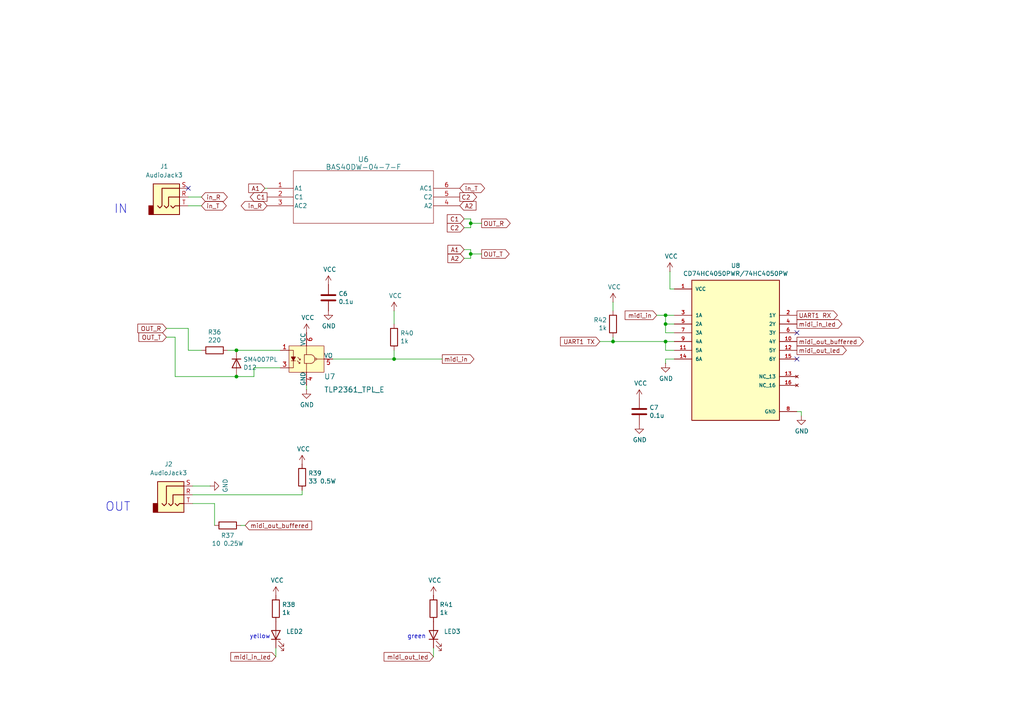
<source format=kicad_sch>
(kicad_sch
	(version 20231120)
	(generator "eeschema")
	(generator_version "8.0")
	(uuid "661d66d2-b8ae-477b-a3e0-f9ed916eac12")
	(paper "A4")
	(lib_symbols
		(symbol "BAS70DW-04:BAS70DW-04-7-F"
			(pin_names
				(offset 0.254)
			)
			(exclude_from_sim no)
			(in_bom yes)
			(on_board yes)
			(property "Reference" "U"
				(at 27.94 10.16 0)
				(effects
					(font
						(size 1.524 1.524)
					)
				)
			)
			(property "Value" "BAS70DW-04-7-F"
				(at 27.94 7.62 0)
				(effects
					(font
						(size 1.524 1.524)
					)
				)
			)
			(property "Footprint" "SOT-363_DIO"
				(at 0 0 0)
				(effects
					(font
						(size 1.27 1.27)
						(italic yes)
					)
					(hide yes)
				)
			)
			(property "Datasheet" "BAS70DW-04-7-F"
				(at 0 0 0)
				(effects
					(font
						(size 1.27 1.27)
						(italic yes)
					)
					(hide yes)
				)
			)
			(property "Description" ""
				(at 0 0 0)
				(effects
					(font
						(size 1.27 1.27)
					)
					(hide yes)
				)
			)
			(property "ki_locked" ""
				(at 0 0 0)
				(effects
					(font
						(size 1.27 1.27)
					)
				)
			)
			(property "ki_keywords" "BAS70DW-04-7-F"
				(at 0 0 0)
				(effects
					(font
						(size 1.27 1.27)
					)
					(hide yes)
				)
			)
			(property "ki_fp_filters" "SOT-363_DIO"
				(at 0 0 0)
				(effects
					(font
						(size 1.27 1.27)
					)
					(hide yes)
				)
			)
			(symbol "BAS70DW-04-7-F_0_1"
				(polyline
					(pts
						(xy 7.62 -10.16) (xy 48.26 -10.16)
					)
					(stroke
						(width 0.127)
						(type default)
					)
					(fill
						(type none)
					)
				)
				(polyline
					(pts
						(xy 7.62 5.08) (xy 7.62 -10.16)
					)
					(stroke
						(width 0.127)
						(type default)
					)
					(fill
						(type none)
					)
				)
				(polyline
					(pts
						(xy 48.26 -10.16) (xy 48.26 5.08)
					)
					(stroke
						(width 0.127)
						(type default)
					)
					(fill
						(type none)
					)
				)
				(polyline
					(pts
						(xy 48.26 5.08) (xy 7.62 5.08)
					)
					(stroke
						(width 0.127)
						(type default)
					)
					(fill
						(type none)
					)
				)
				(pin unspecified line
					(at 0 0 0)
					(length 7.62)
					(name "A1"
						(effects
							(font
								(size 1.27 1.27)
							)
						)
					)
					(number "1"
						(effects
							(font
								(size 1.27 1.27)
							)
						)
					)
				)
				(pin unspecified line
					(at 0 -2.54 0)
					(length 7.62)
					(name "C1"
						(effects
							(font
								(size 1.27 1.27)
							)
						)
					)
					(number "2"
						(effects
							(font
								(size 1.27 1.27)
							)
						)
					)
				)
				(pin unspecified line
					(at 0 -5.08 0)
					(length 7.62)
					(name "AC2"
						(effects
							(font
								(size 1.27 1.27)
							)
						)
					)
					(number "3"
						(effects
							(font
								(size 1.27 1.27)
							)
						)
					)
				)
				(pin unspecified line
					(at 55.88 -5.08 180)
					(length 7.62)
					(name "A2"
						(effects
							(font
								(size 1.27 1.27)
							)
						)
					)
					(number "4"
						(effects
							(font
								(size 1.27 1.27)
							)
						)
					)
				)
				(pin unspecified line
					(at 55.88 -2.54 180)
					(length 7.62)
					(name "C2"
						(effects
							(font
								(size 1.27 1.27)
							)
						)
					)
					(number "5"
						(effects
							(font
								(size 1.27 1.27)
							)
						)
					)
				)
				(pin unspecified line
					(at 55.88 0 180)
					(length 7.62)
					(name "AC1"
						(effects
							(font
								(size 1.27 1.27)
							)
						)
					)
					(number "6"
						(effects
							(font
								(size 1.27 1.27)
							)
						)
					)
				)
			)
		)
		(symbol "CD74HC4050PWR:CD74HC4050PWR"
			(pin_names
				(offset 1.016)
			)
			(exclude_from_sim no)
			(in_bom yes)
			(on_board yes)
			(property "Reference" "U"
				(at -12.7 21.59 0)
				(effects
					(font
						(size 1.27 1.27)
					)
					(justify left bottom)
				)
			)
			(property "Value" "CD74HC4050PWR"
				(at -12.7 -22.86 0)
				(effects
					(font
						(size 1.27 1.27)
					)
					(justify left bottom)
				)
			)
			(property "Footprint" "SOP65P640X120-16N"
				(at 0 0 0)
				(effects
					(font
						(size 1.27 1.27)
					)
					(justify left bottom)
					(hide yes)
				)
			)
			(property "Datasheet" ""
				(at 0 0 0)
				(effects
					(font
						(size 1.27 1.27)
					)
					(justify left bottom)
					(hide yes)
				)
			)
			(property "Description" ""
				(at 0 0 0)
				(effects
					(font
						(size 1.27 1.27)
					)
					(hide yes)
				)
			)
			(property "PARTREV" "February 2005"
				(at 0 0 0)
				(effects
					(font
						(size 1.27 1.27)
					)
					(justify left bottom)
					(hide yes)
				)
			)
			(property "MAXIMUM_PACKAGE_HEIGHT" "1.2 mm"
				(at 0 0 0)
				(effects
					(font
						(size 1.27 1.27)
					)
					(justify left bottom)
					(hide yes)
				)
			)
			(property "MANUFACTURER" "Texas Instruments"
				(at 0 0 0)
				(effects
					(font
						(size 1.27 1.27)
					)
					(justify left bottom)
					(hide yes)
				)
			)
			(property "STANDARD" "IPC 7351B"
				(at 0 0 0)
				(effects
					(font
						(size 1.27 1.27)
					)
					(justify left bottom)
					(hide yes)
				)
			)
			(property "ki_locked" ""
				(at 0 0 0)
				(effects
					(font
						(size 1.27 1.27)
					)
				)
			)
			(symbol "CD74HC4050PWR_0_0"
				(rectangle
					(start -12.7 -20.32)
					(end 12.7 20.32)
					(stroke
						(width 0.254)
						(type default)
					)
					(fill
						(type background)
					)
				)
				(pin power_in line
					(at -17.78 17.78 0)
					(length 5.08)
					(name "VCC"
						(effects
							(font
								(size 1.016 1.016)
							)
						)
					)
					(number "1"
						(effects
							(font
								(size 1.016 1.016)
							)
						)
					)
				)
				(pin output line
					(at 17.78 2.54 180)
					(length 5.08)
					(name "4Y"
						(effects
							(font
								(size 1.016 1.016)
							)
						)
					)
					(number "10"
						(effects
							(font
								(size 1.016 1.016)
							)
						)
					)
				)
				(pin input line
					(at -17.78 0 0)
					(length 5.08)
					(name "5A"
						(effects
							(font
								(size 1.016 1.016)
							)
						)
					)
					(number "11"
						(effects
							(font
								(size 1.016 1.016)
							)
						)
					)
				)
				(pin output line
					(at 17.78 0 180)
					(length 5.08)
					(name "5Y"
						(effects
							(font
								(size 1.016 1.016)
							)
						)
					)
					(number "12"
						(effects
							(font
								(size 1.016 1.016)
							)
						)
					)
				)
				(pin no_connect line
					(at 17.78 -7.62 180)
					(length 5.08)
					(name "NC_13"
						(effects
							(font
								(size 1.016 1.016)
							)
						)
					)
					(number "13"
						(effects
							(font
								(size 1.016 1.016)
							)
						)
					)
				)
				(pin input line
					(at -17.78 -2.54 0)
					(length 5.08)
					(name "6A"
						(effects
							(font
								(size 1.016 1.016)
							)
						)
					)
					(number "14"
						(effects
							(font
								(size 1.016 1.016)
							)
						)
					)
				)
				(pin output line
					(at 17.78 -2.54 180)
					(length 5.08)
					(name "6Y"
						(effects
							(font
								(size 1.016 1.016)
							)
						)
					)
					(number "15"
						(effects
							(font
								(size 1.016 1.016)
							)
						)
					)
				)
				(pin no_connect line
					(at 17.78 -10.16 180)
					(length 5.08)
					(name "NC_16"
						(effects
							(font
								(size 1.016 1.016)
							)
						)
					)
					(number "16"
						(effects
							(font
								(size 1.016 1.016)
							)
						)
					)
				)
				(pin output line
					(at 17.78 10.16 180)
					(length 5.08)
					(name "1Y"
						(effects
							(font
								(size 1.016 1.016)
							)
						)
					)
					(number "2"
						(effects
							(font
								(size 1.016 1.016)
							)
						)
					)
				)
				(pin input line
					(at -17.78 10.16 0)
					(length 5.08)
					(name "1A"
						(effects
							(font
								(size 1.016 1.016)
							)
						)
					)
					(number "3"
						(effects
							(font
								(size 1.016 1.016)
							)
						)
					)
				)
				(pin output line
					(at 17.78 7.62 180)
					(length 5.08)
					(name "2Y"
						(effects
							(font
								(size 1.016 1.016)
							)
						)
					)
					(number "4"
						(effects
							(font
								(size 1.016 1.016)
							)
						)
					)
				)
				(pin input line
					(at -17.78 7.62 0)
					(length 5.08)
					(name "2A"
						(effects
							(font
								(size 1.016 1.016)
							)
						)
					)
					(number "5"
						(effects
							(font
								(size 1.016 1.016)
							)
						)
					)
				)
				(pin output line
					(at 17.78 5.08 180)
					(length 5.08)
					(name "3Y"
						(effects
							(font
								(size 1.016 1.016)
							)
						)
					)
					(number "6"
						(effects
							(font
								(size 1.016 1.016)
							)
						)
					)
				)
				(pin input line
					(at -17.78 5.08 0)
					(length 5.08)
					(name "3A"
						(effects
							(font
								(size 1.016 1.016)
							)
						)
					)
					(number "7"
						(effects
							(font
								(size 1.016 1.016)
							)
						)
					)
				)
				(pin power_in line
					(at 17.78 -17.78 180)
					(length 5.08)
					(name "GND"
						(effects
							(font
								(size 1.016 1.016)
							)
						)
					)
					(number "8"
						(effects
							(font
								(size 1.016 1.016)
							)
						)
					)
				)
				(pin input line
					(at -17.78 2.54 0)
					(length 5.08)
					(name "4A"
						(effects
							(font
								(size 1.016 1.016)
							)
						)
					)
					(number "9"
						(effects
							(font
								(size 1.016 1.016)
							)
						)
					)
				)
			)
		)
		(symbol "Connector_Audio:AudioJack3"
			(exclude_from_sim no)
			(in_bom yes)
			(on_board yes)
			(property "Reference" "J"
				(at 0 8.89 0)
				(effects
					(font
						(size 1.27 1.27)
					)
				)
			)
			(property "Value" "AudioJack3"
				(at 0 6.35 0)
				(effects
					(font
						(size 1.27 1.27)
					)
				)
			)
			(property "Footprint" ""
				(at 0 0 0)
				(effects
					(font
						(size 1.27 1.27)
					)
					(hide yes)
				)
			)
			(property "Datasheet" "~"
				(at 0 0 0)
				(effects
					(font
						(size 1.27 1.27)
					)
					(hide yes)
				)
			)
			(property "Description" "Audio Jack, 3 Poles (Stereo / TRS)"
				(at 0 0 0)
				(effects
					(font
						(size 1.27 1.27)
					)
					(hide yes)
				)
			)
			(property "ki_keywords" "audio jack receptacle stereo headphones phones TRS connector"
				(at 0 0 0)
				(effects
					(font
						(size 1.27 1.27)
					)
					(hide yes)
				)
			)
			(property "ki_fp_filters" "Jack*"
				(at 0 0 0)
				(effects
					(font
						(size 1.27 1.27)
					)
					(hide yes)
				)
			)
			(symbol "AudioJack3_0_1"
				(rectangle
					(start -5.08 -5.08)
					(end -6.35 -2.54)
					(stroke
						(width 0.254)
						(type default)
					)
					(fill
						(type outline)
					)
				)
				(polyline
					(pts
						(xy 0 -2.54) (xy 0.635 -3.175) (xy 1.27 -2.54) (xy 2.54 -2.54)
					)
					(stroke
						(width 0.254)
						(type default)
					)
					(fill
						(type none)
					)
				)
				(polyline
					(pts
						(xy -1.905 -2.54) (xy -1.27 -3.175) (xy -0.635 -2.54) (xy -0.635 0) (xy 2.54 0)
					)
					(stroke
						(width 0.254)
						(type default)
					)
					(fill
						(type none)
					)
				)
				(polyline
					(pts
						(xy 2.54 2.54) (xy -2.54 2.54) (xy -2.54 -2.54) (xy -3.175 -3.175) (xy -3.81 -2.54)
					)
					(stroke
						(width 0.254)
						(type default)
					)
					(fill
						(type none)
					)
				)
				(rectangle
					(start 2.54 3.81)
					(end -5.08 -5.08)
					(stroke
						(width 0.254)
						(type default)
					)
					(fill
						(type background)
					)
				)
			)
			(symbol "AudioJack3_1_1"
				(pin passive line
					(at 5.08 0 180)
					(length 2.54)
					(name "~"
						(effects
							(font
								(size 1.27 1.27)
							)
						)
					)
					(number "R"
						(effects
							(font
								(size 1.27 1.27)
							)
						)
					)
				)
				(pin passive line
					(at 5.08 2.54 180)
					(length 2.54)
					(name "~"
						(effects
							(font
								(size 1.27 1.27)
							)
						)
					)
					(number "S"
						(effects
							(font
								(size 1.27 1.27)
							)
						)
					)
				)
				(pin passive line
					(at 5.08 -2.54 180)
					(length 2.54)
					(name "~"
						(effects
							(font
								(size 1.27 1.27)
							)
						)
					)
					(number "T"
						(effects
							(font
								(size 1.27 1.27)
							)
						)
					)
				)
			)
		)
		(symbol "Device:C"
			(pin_numbers hide)
			(pin_names
				(offset 0.254)
			)
			(exclude_from_sim no)
			(in_bom yes)
			(on_board yes)
			(property "Reference" "C"
				(at 0.635 2.54 0)
				(effects
					(font
						(size 1.27 1.27)
					)
					(justify left)
				)
			)
			(property "Value" "C"
				(at 0.635 -2.54 0)
				(effects
					(font
						(size 1.27 1.27)
					)
					(justify left)
				)
			)
			(property "Footprint" ""
				(at 0.9652 -3.81 0)
				(effects
					(font
						(size 1.27 1.27)
					)
					(hide yes)
				)
			)
			(property "Datasheet" "~"
				(at 0 0 0)
				(effects
					(font
						(size 1.27 1.27)
					)
					(hide yes)
				)
			)
			(property "Description" "Unpolarized capacitor"
				(at 0 0 0)
				(effects
					(font
						(size 1.27 1.27)
					)
					(hide yes)
				)
			)
			(property "ki_keywords" "cap capacitor"
				(at 0 0 0)
				(effects
					(font
						(size 1.27 1.27)
					)
					(hide yes)
				)
			)
			(property "ki_fp_filters" "C_*"
				(at 0 0 0)
				(effects
					(font
						(size 1.27 1.27)
					)
					(hide yes)
				)
			)
			(symbol "C_0_1"
				(polyline
					(pts
						(xy -2.032 -0.762) (xy 2.032 -0.762)
					)
					(stroke
						(width 0.508)
						(type default)
					)
					(fill
						(type none)
					)
				)
				(polyline
					(pts
						(xy -2.032 0.762) (xy 2.032 0.762)
					)
					(stroke
						(width 0.508)
						(type default)
					)
					(fill
						(type none)
					)
				)
			)
			(symbol "C_1_1"
				(pin passive line
					(at 0 3.81 270)
					(length 2.794)
					(name "~"
						(effects
							(font
								(size 1.27 1.27)
							)
						)
					)
					(number "1"
						(effects
							(font
								(size 1.27 1.27)
							)
						)
					)
				)
				(pin passive line
					(at 0 -3.81 90)
					(length 2.794)
					(name "~"
						(effects
							(font
								(size 1.27 1.27)
							)
						)
					)
					(number "2"
						(effects
							(font
								(size 1.27 1.27)
							)
						)
					)
				)
			)
		)
		(symbol "Device:D"
			(pin_numbers hide)
			(pin_names
				(offset 1.016) hide)
			(exclude_from_sim no)
			(in_bom yes)
			(on_board yes)
			(property "Reference" "D"
				(at 0 2.54 0)
				(effects
					(font
						(size 1.27 1.27)
					)
				)
			)
			(property "Value" "D"
				(at 0 -2.54 0)
				(effects
					(font
						(size 1.27 1.27)
					)
				)
			)
			(property "Footprint" ""
				(at 0 0 0)
				(effects
					(font
						(size 1.27 1.27)
					)
					(hide yes)
				)
			)
			(property "Datasheet" "~"
				(at 0 0 0)
				(effects
					(font
						(size 1.27 1.27)
					)
					(hide yes)
				)
			)
			(property "Description" "Diode"
				(at 0 0 0)
				(effects
					(font
						(size 1.27 1.27)
					)
					(hide yes)
				)
			)
			(property "Sim.Device" "D"
				(at 0 0 0)
				(effects
					(font
						(size 1.27 1.27)
					)
					(hide yes)
				)
			)
			(property "Sim.Pins" "1=K 2=A"
				(at 0 0 0)
				(effects
					(font
						(size 1.27 1.27)
					)
					(hide yes)
				)
			)
			(property "ki_keywords" "diode"
				(at 0 0 0)
				(effects
					(font
						(size 1.27 1.27)
					)
					(hide yes)
				)
			)
			(property "ki_fp_filters" "TO-???* *_Diode_* *SingleDiode* D_*"
				(at 0 0 0)
				(effects
					(font
						(size 1.27 1.27)
					)
					(hide yes)
				)
			)
			(symbol "D_0_1"
				(polyline
					(pts
						(xy -1.27 1.27) (xy -1.27 -1.27)
					)
					(stroke
						(width 0.254)
						(type default)
					)
					(fill
						(type none)
					)
				)
				(polyline
					(pts
						(xy 1.27 0) (xy -1.27 0)
					)
					(stroke
						(width 0)
						(type default)
					)
					(fill
						(type none)
					)
				)
				(polyline
					(pts
						(xy 1.27 1.27) (xy 1.27 -1.27) (xy -1.27 0) (xy 1.27 1.27)
					)
					(stroke
						(width 0.254)
						(type default)
					)
					(fill
						(type none)
					)
				)
			)
			(symbol "D_1_1"
				(pin passive line
					(at -3.81 0 0)
					(length 2.54)
					(name "K"
						(effects
							(font
								(size 1.27 1.27)
							)
						)
					)
					(number "1"
						(effects
							(font
								(size 1.27 1.27)
							)
						)
					)
				)
				(pin passive line
					(at 3.81 0 180)
					(length 2.54)
					(name "A"
						(effects
							(font
								(size 1.27 1.27)
							)
						)
					)
					(number "2"
						(effects
							(font
								(size 1.27 1.27)
							)
						)
					)
				)
			)
		)
		(symbol "Device:LED"
			(pin_numbers hide)
			(pin_names
				(offset 1.016) hide)
			(exclude_from_sim no)
			(in_bom yes)
			(on_board yes)
			(property "Reference" "D"
				(at 0 2.54 0)
				(effects
					(font
						(size 1.27 1.27)
					)
				)
			)
			(property "Value" "LED"
				(at 0 -2.54 0)
				(effects
					(font
						(size 1.27 1.27)
					)
				)
			)
			(property "Footprint" ""
				(at 0 0 0)
				(effects
					(font
						(size 1.27 1.27)
					)
					(hide yes)
				)
			)
			(property "Datasheet" "~"
				(at 0 0 0)
				(effects
					(font
						(size 1.27 1.27)
					)
					(hide yes)
				)
			)
			(property "Description" "Light emitting diode"
				(at 0 0 0)
				(effects
					(font
						(size 1.27 1.27)
					)
					(hide yes)
				)
			)
			(property "ki_keywords" "LED diode"
				(at 0 0 0)
				(effects
					(font
						(size 1.27 1.27)
					)
					(hide yes)
				)
			)
			(property "ki_fp_filters" "LED* LED_SMD:* LED_THT:*"
				(at 0 0 0)
				(effects
					(font
						(size 1.27 1.27)
					)
					(hide yes)
				)
			)
			(symbol "LED_0_1"
				(polyline
					(pts
						(xy -1.27 -1.27) (xy -1.27 1.27)
					)
					(stroke
						(width 0.254)
						(type default)
					)
					(fill
						(type none)
					)
				)
				(polyline
					(pts
						(xy -1.27 0) (xy 1.27 0)
					)
					(stroke
						(width 0)
						(type default)
					)
					(fill
						(type none)
					)
				)
				(polyline
					(pts
						(xy 1.27 -1.27) (xy 1.27 1.27) (xy -1.27 0) (xy 1.27 -1.27)
					)
					(stroke
						(width 0.254)
						(type default)
					)
					(fill
						(type none)
					)
				)
				(polyline
					(pts
						(xy -3.048 -0.762) (xy -4.572 -2.286) (xy -3.81 -2.286) (xy -4.572 -2.286) (xy -4.572 -1.524)
					)
					(stroke
						(width 0)
						(type default)
					)
					(fill
						(type none)
					)
				)
				(polyline
					(pts
						(xy -1.778 -0.762) (xy -3.302 -2.286) (xy -2.54 -2.286) (xy -3.302 -2.286) (xy -3.302 -1.524)
					)
					(stroke
						(width 0)
						(type default)
					)
					(fill
						(type none)
					)
				)
			)
			(symbol "LED_1_1"
				(pin passive line
					(at -3.81 0 0)
					(length 2.54)
					(name "K"
						(effects
							(font
								(size 1.27 1.27)
							)
						)
					)
					(number "1"
						(effects
							(font
								(size 1.27 1.27)
							)
						)
					)
				)
				(pin passive line
					(at 3.81 0 180)
					(length 2.54)
					(name "A"
						(effects
							(font
								(size 1.27 1.27)
							)
						)
					)
					(number "2"
						(effects
							(font
								(size 1.27 1.27)
							)
						)
					)
				)
			)
		)
		(symbol "Device:R"
			(pin_numbers hide)
			(pin_names
				(offset 0)
			)
			(exclude_from_sim no)
			(in_bom yes)
			(on_board yes)
			(property "Reference" "R"
				(at 2.032 0 90)
				(effects
					(font
						(size 1.27 1.27)
					)
				)
			)
			(property "Value" "R"
				(at 0 0 90)
				(effects
					(font
						(size 1.27 1.27)
					)
				)
			)
			(property "Footprint" ""
				(at -1.778 0 90)
				(effects
					(font
						(size 1.27 1.27)
					)
					(hide yes)
				)
			)
			(property "Datasheet" "~"
				(at 0 0 0)
				(effects
					(font
						(size 1.27 1.27)
					)
					(hide yes)
				)
			)
			(property "Description" "Resistor"
				(at 0 0 0)
				(effects
					(font
						(size 1.27 1.27)
					)
					(hide yes)
				)
			)
			(property "ki_keywords" "R res resistor"
				(at 0 0 0)
				(effects
					(font
						(size 1.27 1.27)
					)
					(hide yes)
				)
			)
			(property "ki_fp_filters" "R_*"
				(at 0 0 0)
				(effects
					(font
						(size 1.27 1.27)
					)
					(hide yes)
				)
			)
			(symbol "R_0_1"
				(rectangle
					(start -1.016 -2.54)
					(end 1.016 2.54)
					(stroke
						(width 0.254)
						(type default)
					)
					(fill
						(type none)
					)
				)
			)
			(symbol "R_1_1"
				(pin passive line
					(at 0 3.81 270)
					(length 1.27)
					(name "~"
						(effects
							(font
								(size 1.27 1.27)
							)
						)
					)
					(number "1"
						(effects
							(font
								(size 1.27 1.27)
							)
						)
					)
				)
				(pin passive line
					(at 0 -3.81 90)
					(length 1.27)
					(name "~"
						(effects
							(font
								(size 1.27 1.27)
							)
						)
					)
					(number "2"
						(effects
							(font
								(size 1.27 1.27)
							)
						)
					)
				)
			)
		)
		(symbol "MIDI-Interface-san-rescue:TLP2361_TPL_E-dk_Optoisolators-Logic-Output"
			(pin_names
				(offset 0)
			)
			(exclude_from_sim no)
			(in_bom yes)
			(on_board yes)
			(property "Reference" "U"
				(at -7.62 7.62 0)
				(effects
					(font
						(size 1.524 1.524)
					)
				)
			)
			(property "Value" "TLP2361_TPL_E-dk_Optoisolators-Logic-Output"
				(at 2.54 -5.715 0)
				(effects
					(font
						(size 1.524 1.524)
					)
					(justify left)
				)
			)
			(property "Footprint" "digikey-footprints:SOIC-6-5_W4.55mm"
				(at 5.08 5.08 0)
				(effects
					(font
						(size 1.524 1.524)
					)
					(justify left)
					(hide yes)
				)
			)
			(property "Datasheet" "https://toshiba.semicon-storage.com/info/docget.jsp?did=14229&prodName=TLP2361"
				(at 5.08 7.62 0)
				(effects
					(font
						(size 1.524 1.524)
					)
					(justify left)
					(hide yes)
				)
			)
			(property "Description" "OPTOISO 3.75KV PSH PULL SO6-5"
				(at 5.08 25.4 0)
				(effects
					(font
						(size 1.524 1.524)
					)
					(justify left)
					(hide yes)
				)
			)
			(property "Digi-Key_PN" "TLP2361(TPLECT-ND"
				(at 5.08 10.16 0)
				(effects
					(font
						(size 1.524 1.524)
					)
					(justify left)
					(hide yes)
				)
			)
			(property "MPN" "TLP2361(TPL,E"
				(at 5.08 12.7 0)
				(effects
					(font
						(size 1.524 1.524)
					)
					(justify left)
					(hide yes)
				)
			)
			(property "Category" "Isolators"
				(at 5.08 15.24 0)
				(effects
					(font
						(size 1.524 1.524)
					)
					(justify left)
					(hide yes)
				)
			)
			(property "Family" "Optoisolators - Logic Output"
				(at 5.08 17.78 0)
				(effects
					(font
						(size 1.524 1.524)
					)
					(justify left)
					(hide yes)
				)
			)
			(property "DK_Datasheet_Link" "https://toshiba.semicon-storage.com/info/docget.jsp?did=14229&prodName=TLP2361"
				(at 5.08 20.32 0)
				(effects
					(font
						(size 1.524 1.524)
					)
					(justify left)
					(hide yes)
				)
			)
			(property "DK_Detail_Page" "/product-detail/en/toshiba-semiconductor-and-storage/TLP2361(TPL,E/TLP2361(TPLECT-ND/5189799"
				(at 5.08 22.86 0)
				(effects
					(font
						(size 1.524 1.524)
					)
					(justify left)
					(hide yes)
				)
			)
			(property "Manufacturer" "Toshiba Semiconductor and Storage"
				(at 5.08 27.94 0)
				(effects
					(font
						(size 1.524 1.524)
					)
					(justify left)
					(hide yes)
				)
			)
			(property "Status" "Active"
				(at 5.08 30.48 0)
				(effects
					(font
						(size 1.524 1.524)
					)
					(justify left)
					(hide yes)
				)
			)
			(symbol "TLP2361_TPL_E-dk_Optoisolators-Logic-Output_0_1"
				(rectangle
					(start -5.08 3.81)
					(end 5.08 -3.81)
					(stroke
						(width 0)
						(type default)
					)
					(fill
						(type background)
					)
				)
				(polyline
					(pts
						(xy -4.445 -0.508) (xy -3.175 -0.508)
					)
					(stroke
						(width 0)
						(type default)
					)
					(fill
						(type none)
					)
				)
				(polyline
					(pts
						(xy -1.905 -1.27) (xy -1.905 -0.889)
					)
					(stroke
						(width 0)
						(type default)
					)
					(fill
						(type none)
					)
				)
				(polyline
					(pts
						(xy -1.778 -0.254) (xy -2.159 -0.254)
					)
					(stroke
						(width 0)
						(type default)
					)
					(fill
						(type none)
					)
				)
				(polyline
					(pts
						(xy -0.635 1.27) (xy 1.27 1.27)
					)
					(stroke
						(width 0)
						(type default)
					)
					(fill
						(type none)
					)
				)
				(polyline
					(pts
						(xy 0 -3.81) (xy 0 -1.27)
					)
					(stroke
						(width 0)
						(type default)
					)
					(fill
						(type none)
					)
				)
				(polyline
					(pts
						(xy 0 3.81) (xy 0 1.27)
					)
					(stroke
						(width 0)
						(type default)
					)
					(fill
						(type none)
					)
				)
				(polyline
					(pts
						(xy 2.921 0) (xy 5.08 0)
					)
					(stroke
						(width 0)
						(type default)
					)
					(fill
						(type none)
					)
				)
				(polyline
					(pts
						(xy -5.08 -2.54) (xy -3.81 -2.54) (xy -3.81 -0.254)
					)
					(stroke
						(width 0)
						(type default)
					)
					(fill
						(type none)
					)
				)
				(polyline
					(pts
						(xy -5.08 2.54) (xy -3.81 2.54) (xy -3.81 0.508)
					)
					(stroke
						(width 0)
						(type default)
					)
					(fill
						(type none)
					)
				)
				(polyline
					(pts
						(xy -2.667 -0.508) (xy -1.905 -1.27) (xy -2.286 -1.27)
					)
					(stroke
						(width 0)
						(type default)
					)
					(fill
						(type none)
					)
				)
				(polyline
					(pts
						(xy -2.54 0.508) (xy -1.778 -0.254) (xy -1.778 0.127)
					)
					(stroke
						(width 0)
						(type default)
					)
					(fill
						(type none)
					)
				)
				(polyline
					(pts
						(xy -0.635 1.27) (xy -0.635 -1.27) (xy 1.27 -1.27)
					)
					(stroke
						(width 0)
						(type default)
					)
					(fill
						(type none)
					)
				)
				(polyline
					(pts
						(xy -4.318 0.635) (xy -3.175 0.635) (xy -3.81 -0.508) (xy -4.445 0.635)
					)
					(stroke
						(width 0)
						(type default)
					)
					(fill
						(type outline)
					)
				)
				(arc
					(start 1.27 -1.27)
					(mid 2.4193 0)
					(end 1.27 1.27)
					(stroke
						(width 0)
						(type default)
					)
					(fill
						(type none)
					)
				)
				(circle
					(center 2.667 0)
					(radius 0.2794)
					(stroke
						(width 0)
						(type default)
					)
					(fill
						(type none)
					)
				)
			)
			(symbol "TLP2361_TPL_E-dk_Optoisolators-Logic-Output_1_1"
				(pin passive line
					(at -7.62 2.54 0)
					(length 2.54)
					(name "~"
						(effects
							(font
								(size 1.27 1.27)
							)
						)
					)
					(number "1"
						(effects
							(font
								(size 1.27 1.27)
							)
						)
					)
				)
				(pin passive line
					(at -7.62 -2.54 0)
					(length 2.54)
					(name "~"
						(effects
							(font
								(size 1.27 1.27)
							)
						)
					)
					(number "3"
						(effects
							(font
								(size 1.27 1.27)
							)
						)
					)
				)
				(pin power_in line
					(at 0 -7.62 90)
					(length 3.81)
					(name "GND"
						(effects
							(font
								(size 1.27 1.27)
							)
						)
					)
					(number "4"
						(effects
							(font
								(size 1.27 1.27)
							)
						)
					)
				)
				(pin output line
					(at 7.62 0 180)
					(length 2.54)
					(name "VO"
						(effects
							(font
								(size 1.27 1.27)
							)
						)
					)
					(number "5"
						(effects
							(font
								(size 1.27 1.27)
							)
						)
					)
				)
				(pin power_in line
					(at 0 7.62 270)
					(length 3.81)
					(name "VCC"
						(effects
							(font
								(size 1.27 1.27)
							)
						)
					)
					(number "6"
						(effects
							(font
								(size 1.27 1.27)
							)
						)
					)
				)
			)
		)
		(symbol "power:GND"
			(power)
			(pin_numbers hide)
			(pin_names
				(offset 0) hide)
			(exclude_from_sim no)
			(in_bom yes)
			(on_board yes)
			(property "Reference" "#PWR"
				(at 0 -6.35 0)
				(effects
					(font
						(size 1.27 1.27)
					)
					(hide yes)
				)
			)
			(property "Value" "GND"
				(at 0 -3.81 0)
				(effects
					(font
						(size 1.27 1.27)
					)
				)
			)
			(property "Footprint" ""
				(at 0 0 0)
				(effects
					(font
						(size 1.27 1.27)
					)
					(hide yes)
				)
			)
			(property "Datasheet" ""
				(at 0 0 0)
				(effects
					(font
						(size 1.27 1.27)
					)
					(hide yes)
				)
			)
			(property "Description" "Power symbol creates a global label with name \"GND\" , ground"
				(at 0 0 0)
				(effects
					(font
						(size 1.27 1.27)
					)
					(hide yes)
				)
			)
			(property "ki_keywords" "global power"
				(at 0 0 0)
				(effects
					(font
						(size 1.27 1.27)
					)
					(hide yes)
				)
			)
			(symbol "GND_0_1"
				(polyline
					(pts
						(xy 0 0) (xy 0 -1.27) (xy 1.27 -1.27) (xy 0 -2.54) (xy -1.27 -1.27) (xy 0 -1.27)
					)
					(stroke
						(width 0)
						(type default)
					)
					(fill
						(type none)
					)
				)
			)
			(symbol "GND_1_1"
				(pin power_in line
					(at 0 0 270)
					(length 0)
					(name "~"
						(effects
							(font
								(size 1.27 1.27)
							)
						)
					)
					(number "1"
						(effects
							(font
								(size 1.27 1.27)
							)
						)
					)
				)
			)
		)
		(symbol "power:VCC"
			(power)
			(pin_numbers hide)
			(pin_names
				(offset 0) hide)
			(exclude_from_sim no)
			(in_bom yes)
			(on_board yes)
			(property "Reference" "#PWR"
				(at 0 -3.81 0)
				(effects
					(font
						(size 1.27 1.27)
					)
					(hide yes)
				)
			)
			(property "Value" "VCC"
				(at 0 3.556 0)
				(effects
					(font
						(size 1.27 1.27)
					)
				)
			)
			(property "Footprint" ""
				(at 0 0 0)
				(effects
					(font
						(size 1.27 1.27)
					)
					(hide yes)
				)
			)
			(property "Datasheet" ""
				(at 0 0 0)
				(effects
					(font
						(size 1.27 1.27)
					)
					(hide yes)
				)
			)
			(property "Description" "Power symbol creates a global label with name \"VCC\""
				(at 0 0 0)
				(effects
					(font
						(size 1.27 1.27)
					)
					(hide yes)
				)
			)
			(property "ki_keywords" "global power"
				(at 0 0 0)
				(effects
					(font
						(size 1.27 1.27)
					)
					(hide yes)
				)
			)
			(symbol "VCC_0_1"
				(polyline
					(pts
						(xy -0.762 1.27) (xy 0 2.54)
					)
					(stroke
						(width 0)
						(type default)
					)
					(fill
						(type none)
					)
				)
				(polyline
					(pts
						(xy 0 0) (xy 0 2.54)
					)
					(stroke
						(width 0)
						(type default)
					)
					(fill
						(type none)
					)
				)
				(polyline
					(pts
						(xy 0 2.54) (xy 0.762 1.27)
					)
					(stroke
						(width 0)
						(type default)
					)
					(fill
						(type none)
					)
				)
			)
			(symbol "VCC_1_1"
				(pin power_in line
					(at 0 0 90)
					(length 0)
					(name "~"
						(effects
							(font
								(size 1.27 1.27)
							)
						)
					)
					(number "1"
						(effects
							(font
								(size 1.27 1.27)
							)
						)
					)
				)
			)
		)
	)
	(junction
		(at 177.8 99.06)
		(diameter 0)
		(color 0 0 0 0)
		(uuid "02d2677f-a752-4049-8fbb-c81d7c25ae2c")
	)
	(junction
		(at 193.04 91.44)
		(diameter 0)
		(color 0 0 0 0)
		(uuid "054d2ebc-f29a-4dc4-aff6-db4ce33af532")
	)
	(junction
		(at 68.58 109.22)
		(diameter 0)
		(color 0 0 0 0)
		(uuid "0f5d1989-e308-4b04-96f7-51a10a79df91")
	)
	(junction
		(at 136.525 73.66)
		(diameter 0)
		(color 0 0 0 0)
		(uuid "14fb82eb-48f5-45b6-8300-01e7f4c81f9f")
	)
	(junction
		(at 114.3 104.14)
		(diameter 0)
		(color 0 0 0 0)
		(uuid "40e31c72-7874-41c5-9a74-049c4377a0bb")
	)
	(junction
		(at 193.04 93.98)
		(diameter 0)
		(color 0 0 0 0)
		(uuid "5562ada6-4f5a-48a3-b3de-9d485f7cc812")
	)
	(junction
		(at 68.58 101.6)
		(diameter 0)
		(color 0 0 0 0)
		(uuid "59fdb1af-c6b8-4cc2-b2c4-0bb06595bb6b")
	)
	(junction
		(at 193.04 99.06)
		(diameter 0)
		(color 0 0 0 0)
		(uuid "7d89baae-6016-470e-964f-ec5808cde09d")
	)
	(junction
		(at 136.525 64.77)
		(diameter 0)
		(color 0 0 0 0)
		(uuid "ae80b7c3-5237-4f4b-86b6-924814142104")
	)
	(no_connect
		(at 54.61 54.61)
		(uuid "4ed24f09-567a-4d83-8bd9-a4822fa090e5")
	)
	(no_connect
		(at 231.14 104.14)
		(uuid "7c5bed80-7be9-48f0-958b-d1ed46e1ba84")
	)
	(no_connect
		(at 231.14 96.52)
		(uuid "df4aced7-256e-415e-b294-610de8475409")
	)
	(wire
		(pts
			(xy 66.04 101.6) (xy 68.58 101.6)
		)
		(stroke
			(width 0)
			(type default)
		)
		(uuid "06b45f31-45b7-4285-9a00-42e9e7315d64")
	)
	(wire
		(pts
			(xy 134.62 72.39) (xy 136.525 72.39)
		)
		(stroke
			(width 0)
			(type default)
		)
		(uuid "21bd3c4b-7b9e-45a7-b2cf-20d222ce5862")
	)
	(wire
		(pts
			(xy 48.26 97.79) (xy 50.8 97.79)
		)
		(stroke
			(width 0)
			(type default)
		)
		(uuid "224da058-a3b8-4a0f-b3e1-de544dd8f1e4")
	)
	(wire
		(pts
			(xy 134.62 74.93) (xy 136.525 74.93)
		)
		(stroke
			(width 0)
			(type default)
		)
		(uuid "23178455-b771-4a6d-9b47-7be0bbe7c61f")
	)
	(wire
		(pts
			(xy 232.41 119.38) (xy 232.41 120.65)
		)
		(stroke
			(width 0)
			(type default)
		)
		(uuid "2a440843-bd21-4922-bf9a-ae980b85d4ac")
	)
	(wire
		(pts
			(xy 50.8 109.22) (xy 68.58 109.22)
		)
		(stroke
			(width 0)
			(type default)
		)
		(uuid "2d39a3e4-9eb6-41d8-bdf6-f98b774ec150")
	)
	(wire
		(pts
			(xy 136.525 63.5) (xy 136.525 64.77)
		)
		(stroke
			(width 0)
			(type default)
		)
		(uuid "3235e704-b0d6-4afe-b2f6-bf1878657c64")
	)
	(wire
		(pts
			(xy 134.62 66.04) (xy 136.525 66.04)
		)
		(stroke
			(width 0)
			(type default)
		)
		(uuid "3418e9da-2c16-40b8-865c-da1c175639fc")
	)
	(wire
		(pts
			(xy 177.8 97.79) (xy 177.8 99.06)
		)
		(stroke
			(width 0)
			(type default)
		)
		(uuid "383f9afb-943c-4354-b96d-9e6ab606a8fa")
	)
	(wire
		(pts
			(xy 195.58 101.6) (xy 193.04 101.6)
		)
		(stroke
			(width 0)
			(type default)
		)
		(uuid "3fe33f5c-5070-4947-918a-35fab312d7a0")
	)
	(wire
		(pts
			(xy 73.66 106.68) (xy 73.66 109.22)
		)
		(stroke
			(width 0)
			(type default)
		)
		(uuid "4082e90b-965e-42fa-800c-fba498eaf987")
	)
	(wire
		(pts
			(xy 193.04 99.06) (xy 195.58 99.06)
		)
		(stroke
			(width 0)
			(type default)
		)
		(uuid "41c6ac04-4765-4ac9-9986-0e17a8f3dc95")
	)
	(wire
		(pts
			(xy 114.3 101.6) (xy 114.3 104.14)
		)
		(stroke
			(width 0)
			(type default)
		)
		(uuid "449d0965-7772-44cb-b3ba-934293a2e07a")
	)
	(wire
		(pts
			(xy 62.23 146.05) (xy 55.88 146.05)
		)
		(stroke
			(width 0)
			(type default)
		)
		(uuid "49f854b4-dd74-4b31-b20b-484e7be99e34")
	)
	(wire
		(pts
			(xy 71.12 152.4) (xy 69.85 152.4)
		)
		(stroke
			(width 0)
			(type default)
		)
		(uuid "4c6c7fa7-1bf8-4843-bd9b-1a0c76e95765")
	)
	(wire
		(pts
			(xy 195.58 96.52) (xy 193.04 96.52)
		)
		(stroke
			(width 0)
			(type default)
		)
		(uuid "527d3405-8c46-496a-b80a-983c7b2f143c")
	)
	(wire
		(pts
			(xy 68.58 101.6) (xy 81.28 101.6)
		)
		(stroke
			(width 0)
			(type default)
		)
		(uuid "53a135ee-59ab-419d-9bcd-6ed2878872c7")
	)
	(wire
		(pts
			(xy 62.23 146.05) (xy 62.23 152.4)
		)
		(stroke
			(width 0)
			(type default)
		)
		(uuid "53ea7178-3a0c-45d4-98a9-42218e1e5fb5")
	)
	(wire
		(pts
			(xy 195.58 93.98) (xy 193.04 93.98)
		)
		(stroke
			(width 0)
			(type default)
		)
		(uuid "5b9a1322-dc08-4029-aea8-49a25694da3e")
	)
	(wire
		(pts
			(xy 55.88 143.51) (xy 87.63 143.51)
		)
		(stroke
			(width 0)
			(type default)
		)
		(uuid "5f8d2cee-f322-4b8c-9d21-57a969dd2e0c")
	)
	(wire
		(pts
			(xy 193.04 91.44) (xy 195.58 91.44)
		)
		(stroke
			(width 0)
			(type default)
		)
		(uuid "68d24dc2-5bad-4078-8d59-c9e6df876b81")
	)
	(wire
		(pts
			(xy 195.58 104.14) (xy 193.04 104.14)
		)
		(stroke
			(width 0)
			(type default)
		)
		(uuid "69443c35-91ea-45c7-b55e-e31110a5c5c9")
	)
	(wire
		(pts
			(xy 114.3 90.17) (xy 114.3 93.98)
		)
		(stroke
			(width 0)
			(type default)
		)
		(uuid "6c6ad4d4-4a96-4bc7-841b-70305ad833f5")
	)
	(wire
		(pts
			(xy 193.04 104.14) (xy 193.04 105.41)
		)
		(stroke
			(width 0)
			(type default)
		)
		(uuid "735d2922-414c-4e53-8ba1-cea590105d96")
	)
	(wire
		(pts
			(xy 177.8 87.63) (xy 177.8 90.17)
		)
		(stroke
			(width 0)
			(type default)
		)
		(uuid "7b4a3354-23d4-42e1-ace0-6c1068255375")
	)
	(wire
		(pts
			(xy 73.66 106.68) (xy 81.28 106.68)
		)
		(stroke
			(width 0)
			(type default)
		)
		(uuid "7c3867af-88f9-4b29-be46-19232a144824")
	)
	(wire
		(pts
			(xy 136.525 72.39) (xy 136.525 73.66)
		)
		(stroke
			(width 0)
			(type default)
		)
		(uuid "7e70242b-3ec5-4be3-b5ce-7bb9ef8b7391")
	)
	(wire
		(pts
			(xy 231.14 119.38) (xy 232.41 119.38)
		)
		(stroke
			(width 0)
			(type default)
		)
		(uuid "8c2a8a8d-612b-4699-85d8-1b38fef84021")
	)
	(wire
		(pts
			(xy 80.01 187.96) (xy 80.01 190.5)
		)
		(stroke
			(width 0)
			(type default)
		)
		(uuid "8da29aed-811c-4a47-9d54-f824422c6889")
	)
	(wire
		(pts
			(xy 87.63 142.24) (xy 87.63 143.51)
		)
		(stroke
			(width 0)
			(type default)
		)
		(uuid "a2eb4bae-2ff8-4de8-b7b8-38e472617d14")
	)
	(wire
		(pts
			(xy 194.31 83.82) (xy 195.58 83.82)
		)
		(stroke
			(width 0)
			(type default)
		)
		(uuid "a5bee02a-97eb-4166-b6b1-e7e11b696a3f")
	)
	(wire
		(pts
			(xy 54.61 57.15) (xy 58.42 57.15)
		)
		(stroke
			(width 0)
			(type default)
		)
		(uuid "a7caf30d-bf21-40a8-b55d-ccbe2a737afb")
	)
	(wire
		(pts
			(xy 50.8 97.79) (xy 50.8 109.22)
		)
		(stroke
			(width 0)
			(type default)
		)
		(uuid "ab34a13f-794e-4b56-8f69-3a908e84dd19")
	)
	(wire
		(pts
			(xy 54.61 101.6) (xy 54.61 95.25)
		)
		(stroke
			(width 0)
			(type default)
		)
		(uuid "ac6fb9b7-8e86-4006-911f-afb208f3dd43")
	)
	(wire
		(pts
			(xy 136.525 64.77) (xy 139.7 64.77)
		)
		(stroke
			(width 0)
			(type default)
		)
		(uuid "b08641d8-9619-4171-bc51-73db8845b063")
	)
	(wire
		(pts
			(xy 96.52 104.14) (xy 114.3 104.14)
		)
		(stroke
			(width 0)
			(type default)
		)
		(uuid "be461017-8f53-4474-b9a3-623347ecfd37")
	)
	(wire
		(pts
			(xy 136.525 73.66) (xy 139.7 73.66)
		)
		(stroke
			(width 0)
			(type default)
		)
		(uuid "c3202f31-01b3-4ed3-8ad1-02c701d10eb1")
	)
	(wire
		(pts
			(xy 114.3 104.14) (xy 128.27 104.14)
		)
		(stroke
			(width 0)
			(type default)
		)
		(uuid "c8d58a82-2c8f-49e2-90fe-8d48b938cc02")
	)
	(wire
		(pts
			(xy 125.73 187.96) (xy 125.73 190.5)
		)
		(stroke
			(width 0)
			(type default)
		)
		(uuid "ce818451-0b5a-49b3-bd1c-3ad3d2a7b15b")
	)
	(wire
		(pts
			(xy 177.8 99.06) (xy 193.04 99.06)
		)
		(stroke
			(width 0)
			(type default)
		)
		(uuid "d168fc01-e45d-4ec9-abff-30238f5173fe")
	)
	(wire
		(pts
			(xy 193.04 93.98) (xy 193.04 91.44)
		)
		(stroke
			(width 0)
			(type default)
		)
		(uuid "d2af7852-f8c6-453c-b992-da5aa6de4b44")
	)
	(wire
		(pts
			(xy 136.525 74.93) (xy 136.525 73.66)
		)
		(stroke
			(width 0)
			(type default)
		)
		(uuid "d51fd669-41e5-41d6-b057-bc2f44fc18da")
	)
	(wire
		(pts
			(xy 177.8 99.06) (xy 173.99 99.06)
		)
		(stroke
			(width 0)
			(type default)
		)
		(uuid "d64178ad-a0b4-4539-818e-7df8c8efe84d")
	)
	(wire
		(pts
			(xy 76.835 54.61) (xy 77.47 54.61)
		)
		(stroke
			(width 0)
			(type default)
		)
		(uuid "d7fff6f4-198e-4d2e-91aa-6337d7bb97a2")
	)
	(wire
		(pts
			(xy 54.61 95.25) (xy 48.26 95.25)
		)
		(stroke
			(width 0)
			(type default)
		)
		(uuid "db8f32b3-d8c8-4a5d-892b-fc200d69e505")
	)
	(wire
		(pts
			(xy 194.31 78.74) (xy 194.31 83.82)
		)
		(stroke
			(width 0)
			(type default)
		)
		(uuid "dbbda695-4958-4a33-b6dd-e6f6b556a970")
	)
	(wire
		(pts
			(xy 136.525 66.04) (xy 136.525 64.77)
		)
		(stroke
			(width 0)
			(type default)
		)
		(uuid "de32e06f-a14f-4604-9f6d-ecdef8683fb9")
	)
	(wire
		(pts
			(xy 134.62 63.5) (xy 136.525 63.5)
		)
		(stroke
			(width 0)
			(type default)
		)
		(uuid "e058c23a-e929-4e0c-8b85-e80cfe2aadda")
	)
	(wire
		(pts
			(xy 193.04 96.52) (xy 193.04 93.98)
		)
		(stroke
			(width 0)
			(type default)
		)
		(uuid "e4b77eb3-34bb-4fbd-9d55-231d35d031ee")
	)
	(wire
		(pts
			(xy 193.04 101.6) (xy 193.04 99.06)
		)
		(stroke
			(width 0)
			(type default)
		)
		(uuid "e619b061-7819-4e3f-bcc2-a3e5da5bcc23")
	)
	(wire
		(pts
			(xy 88.9 111.76) (xy 88.9 113.03)
		)
		(stroke
			(width 0)
			(type default)
		)
		(uuid "ef32fa0d-f55c-4e5d-990d-1d9c5af106f2")
	)
	(wire
		(pts
			(xy 58.42 101.6) (xy 54.61 101.6)
		)
		(stroke
			(width 0)
			(type default)
		)
		(uuid "f170c348-e37e-4766-96d1-6de99b3b7dcc")
	)
	(wire
		(pts
			(xy 190.5 91.44) (xy 193.04 91.44)
		)
		(stroke
			(width 0)
			(type default)
		)
		(uuid "f2fdde78-d205-45fd-a7ef-3f4a3e145518")
	)
	(wire
		(pts
			(xy 54.61 59.69) (xy 58.42 59.69)
		)
		(stroke
			(width 0)
			(type default)
		)
		(uuid "f55a046f-f359-4d86-bca8-950625e9a445")
	)
	(wire
		(pts
			(xy 55.88 140.97) (xy 60.96 140.97)
		)
		(stroke
			(width 0)
			(type default)
		)
		(uuid "f840e442-4896-4bbb-93e0-85698e0588fe")
	)
	(wire
		(pts
			(xy 68.58 109.22) (xy 73.66 109.22)
		)
		(stroke
			(width 0)
			(type default)
		)
		(uuid "fe01043b-6521-4342-871e-3cad61045194")
	)
	(text "green"
		(exclude_from_sim no)
		(at 118.11 185.42 0)
		(effects
			(font
				(size 1.27 1.27)
			)
			(justify left bottom)
		)
		(uuid "463ec948-d697-4894-840c-ceca88a4c153")
	)
	(text "OUT"
		(exclude_from_sim no)
		(at 30.48 148.59 0)
		(effects
			(font
				(size 2.54 2.54)
			)
			(justify left bottom)
		)
		(uuid "48acdf7b-4985-4ef2-a5b0-a025bd6a68a5")
	)
	(text "IN"
		(exclude_from_sim no)
		(at 33.02 62.23 0)
		(effects
			(font
				(size 2.54 2.54)
			)
			(justify left bottom)
		)
		(uuid "b558efb4-2a81-4a64-9d8c-8b78b4d06da3")
	)
	(text "yellow"
		(exclude_from_sim no)
		(at 72.39 185.42 0)
		(effects
			(font
				(size 1.27 1.27)
			)
			(justify left bottom)
		)
		(uuid "e523ba5c-551e-4b80-ab88-43e31e4e7e8d")
	)
	(global_label "C2"
		(shape input)
		(at 134.62 66.04 180)
		(fields_autoplaced yes)
		(effects
			(font
				(size 1.27 1.27)
			)
			(justify right)
		)
		(uuid "0ad43483-4844-4cac-a4fa-0bd1c9c7e2e4")
		(property "Intersheetrefs" "${INTERSHEET_REFS}"
			(at 129.2347 66.04 0)
			(effects
				(font
					(size 1.27 1.27)
				)
				(justify right)
				(hide yes)
			)
		)
	)
	(global_label "in_R"
		(shape bidirectional)
		(at 77.47 59.69 180)
		(fields_autoplaced yes)
		(effects
			(font
				(size 1.27 1.27)
			)
			(justify right)
		)
		(uuid "0b906a8e-dd12-4cf4-a80c-819c8c64c237")
		(property "Intersheetrefs" "${INTERSHEET_REFS}"
			(at 69.4615 59.69 0)
			(effects
				(font
					(size 1.27 1.27)
				)
				(justify right)
				(hide yes)
			)
		)
	)
	(global_label "A2"
		(shape input)
		(at 134.62 74.93 180)
		(fields_autoplaced yes)
		(effects
			(font
				(size 1.27 1.27)
			)
			(justify right)
		)
		(uuid "0fd4bba7-a7f9-4af5-8cb0-eebd64f8d1ea")
		(property "Intersheetrefs" "${INTERSHEET_REFS}"
			(at 129.4161 74.93 0)
			(effects
				(font
					(size 1.27 1.27)
				)
				(justify right)
				(hide yes)
			)
		)
	)
	(global_label "C1"
		(shape input)
		(at 134.62 63.5 180)
		(fields_autoplaced yes)
		(effects
			(font
				(size 1.27 1.27)
			)
			(justify right)
		)
		(uuid "23da6079-1a81-49cb-a766-a712297278ca")
		(property "Intersheetrefs" "${INTERSHEET_REFS}"
			(at 129.2347 63.5 0)
			(effects
				(font
					(size 1.27 1.27)
				)
				(justify right)
				(hide yes)
			)
		)
	)
	(global_label "OUT_R"
		(shape output)
		(at 139.7 64.77 0)
		(fields_autoplaced yes)
		(effects
			(font
				(size 1.27 1.27)
			)
			(justify left)
		)
		(uuid "3ddb7995-1e4a-4523-8531-c84e0068d259")
		(property "Intersheetrefs" "${INTERSHEET_REFS}"
			(at 148.472 64.77 0)
			(effects
				(font
					(size 1.27 1.27)
				)
				(justify left)
				(hide yes)
			)
		)
	)
	(global_label "C1"
		(shape output)
		(at 77.47 57.15 180)
		(fields_autoplaced yes)
		(effects
			(font
				(size 1.27 1.27)
			)
			(justify right)
		)
		(uuid "47241fd8-1d7e-4424-bbfb-507f8802255f")
		(property "Intersheetrefs" "${INTERSHEET_REFS}"
			(at 72.0847 57.15 0)
			(effects
				(font
					(size 1.27 1.27)
				)
				(justify right)
				(hide yes)
			)
		)
	)
	(global_label "OUT_R"
		(shape input)
		(at 48.26 95.25 180)
		(fields_autoplaced yes)
		(effects
			(font
				(size 1.27 1.27)
			)
			(justify right)
		)
		(uuid "4d028441-b4de-48af-a6f4-b49378627180")
		(property "Intersheetrefs" "${INTERSHEET_REFS}"
			(at 40.0628 95.25 0)
			(effects
				(font
					(size 1.27 1.27)
				)
				(justify right)
				(hide yes)
			)
		)
	)
	(global_label "OUT_T"
		(shape output)
		(at 139.7 73.66 0)
		(fields_autoplaced yes)
		(effects
			(font
				(size 1.27 1.27)
			)
			(justify left)
		)
		(uuid "53bc6e23-0979-464d-965a-b0d83e339877")
		(property "Intersheetrefs" "${INTERSHEET_REFS}"
			(at 148.1696 73.66 0)
			(effects
				(font
					(size 1.27 1.27)
				)
				(justify left)
				(hide yes)
			)
		)
	)
	(global_label "in_T"
		(shape bidirectional)
		(at 133.35 54.61 0)
		(fields_autoplaced yes)
		(effects
			(font
				(size 1.27 1.27)
			)
			(justify left)
		)
		(uuid "5a0db0b0-3f71-45ad-aec8-6f0993e40979")
		(property "Intersheetrefs" "${INTERSHEET_REFS}"
			(at 141.0561 54.61 0)
			(effects
				(font
					(size 1.27 1.27)
				)
				(justify left)
				(hide yes)
			)
		)
	)
	(global_label "midi_in"
		(shape output)
		(at 128.27 104.14 0)
		(fields_autoplaced yes)
		(effects
			(font
				(size 1.27 1.27)
			)
			(justify left)
		)
		(uuid "68881fe8-0f64-40d9-8fbf-85f93667a111")
		(property "Intersheetrefs" "${INTERSHEET_REFS}"
			(at 137.2949 104.14 0)
			(effects
				(font
					(size 1.27 1.27)
				)
				(justify left)
				(hide yes)
			)
		)
	)
	(global_label "A1"
		(shape input)
		(at 76.835 54.61 180)
		(fields_autoplaced yes)
		(effects
			(font
				(size 1.27 1.27)
			)
			(justify right)
		)
		(uuid "748b9c94-1a11-4b6f-9ca0-dd8330400f20")
		(property "Intersheetrefs" "${INTERSHEET_REFS}"
			(at 71.6311 54.61 0)
			(effects
				(font
					(size 1.27 1.27)
				)
				(justify right)
				(hide yes)
			)
		)
	)
	(global_label "in_T"
		(shape bidirectional)
		(at 58.42 59.69 0)
		(fields_autoplaced yes)
		(effects
			(font
				(size 1.27 1.27)
			)
			(justify left)
		)
		(uuid "785c625a-007a-419a-9845-29bd178448be")
		(property "Intersheetrefs" "${INTERSHEET_REFS}"
			(at 66.1261 59.69 0)
			(effects
				(font
					(size 1.27 1.27)
				)
				(justify left)
				(hide yes)
			)
		)
	)
	(global_label "midi_out_led"
		(shape output)
		(at 231.14 101.6 0)
		(fields_autoplaced yes)
		(effects
			(font
				(size 1.27 1.27)
			)
			(justify left)
		)
		(uuid "7889e258-ba1c-4055-acec-df49c7f4d77f")
		(property "Intersheetrefs" "${INTERSHEET_REFS}"
			(at 245.3052 101.6 0)
			(effects
				(font
					(size 1.27 1.27)
				)
				(justify left)
				(hide yes)
			)
		)
	)
	(global_label "UART1 RX"
		(shape output)
		(at 231.14 91.44 0)
		(fields_autoplaced yes)
		(effects
			(font
				(size 1.27 1.27)
			)
			(justify left)
		)
		(uuid "815abfec-2197-41ac-91eb-704bee53d7c3")
		(property "Intersheetrefs" "${INTERSHEET_REFS}"
			(at 243.4385 91.44 0)
			(effects
				(font
					(size 1.27 1.27)
				)
				(justify left)
				(hide yes)
			)
		)
	)
	(global_label "A2"
		(shape input)
		(at 133.35 59.69 0)
		(fields_autoplaced yes)
		(effects
			(font
				(size 1.27 1.27)
			)
			(justify left)
		)
		(uuid "90fb559d-4867-43fc-8cc5-38d1abc5f659")
		(property "Intersheetrefs" "${INTERSHEET_REFS}"
			(at 138.5539 59.69 0)
			(effects
				(font
					(size 1.27 1.27)
				)
				(justify left)
				(hide yes)
			)
		)
	)
	(global_label "in_R"
		(shape bidirectional)
		(at 58.42 57.15 0)
		(fields_autoplaced yes)
		(effects
			(font
				(size 1.27 1.27)
			)
			(justify left)
		)
		(uuid "964bb005-fea2-473c-92fb-c94a43bf0389")
		(property "Intersheetrefs" "${INTERSHEET_REFS}"
			(at 66.4285 57.15 0)
			(effects
				(font
					(size 1.27 1.27)
				)
				(justify left)
				(hide yes)
			)
		)
	)
	(global_label "A1"
		(shape input)
		(at 134.62 72.39 180)
		(fields_autoplaced yes)
		(effects
			(font
				(size 1.27 1.27)
			)
			(justify right)
		)
		(uuid "9d6be3ea-b78e-4797-9447-0fa5a89690b8")
		(property "Intersheetrefs" "${INTERSHEET_REFS}"
			(at 129.4161 72.39 0)
			(effects
				(font
					(size 1.27 1.27)
				)
				(justify right)
				(hide yes)
			)
		)
	)
	(global_label "C2"
		(shape output)
		(at 133.35 57.15 0)
		(fields_autoplaced yes)
		(effects
			(font
				(size 1.27 1.27)
			)
			(justify left)
		)
		(uuid "a47200ba-5e87-4d52-8f3b-b867200dc340")
		(property "Intersheetrefs" "${INTERSHEET_REFS}"
			(at 138.7353 57.15 0)
			(effects
				(font
					(size 1.27 1.27)
				)
				(justify left)
				(hide yes)
			)
		)
	)
	(global_label "OUT_T"
		(shape input)
		(at 48.26 97.79 180)
		(fields_autoplaced yes)
		(effects
			(font
				(size 1.27 1.27)
			)
			(justify right)
		)
		(uuid "c5aa125b-63fb-41a2-ba82-827c52b2c569")
		(property "Intersheetrefs" "${INTERSHEET_REFS}"
			(at 40.3652 97.79 0)
			(effects
				(font
					(size 1.27 1.27)
				)
				(justify right)
				(hide yes)
			)
		)
	)
	(global_label "midi_out_led"
		(shape input)
		(at 125.73 190.5 180)
		(fields_autoplaced yes)
		(effects
			(font
				(size 1.27 1.27)
			)
			(justify right)
		)
		(uuid "cd4b9596-4da8-4a2b-bedf-5cce0214223f")
		(property "Intersheetrefs" "${INTERSHEET_REFS}"
			(at 111.5648 190.5 0)
			(effects
				(font
					(size 1.27 1.27)
				)
				(justify right)
				(hide yes)
			)
		)
	)
	(global_label "midi_out_buffered"
		(shape output)
		(at 231.14 99.06 0)
		(fields_autoplaced yes)
		(effects
			(font
				(size 1.27 1.27)
			)
			(justify left)
		)
		(uuid "d5e7fe09-570c-4035-85ee-f7a03a4a0035")
		(property "Intersheetrefs" "${INTERSHEET_REFS}"
			(at 250.2642 99.06 0)
			(effects
				(font
					(size 1.27 1.27)
				)
				(justify left)
				(hide yes)
			)
		)
	)
	(global_label "midi_in"
		(shape input)
		(at 190.5 91.44 180)
		(fields_autoplaced yes)
		(effects
			(font
				(size 1.27 1.27)
			)
			(justify right)
		)
		(uuid "d625d9ff-2676-40db-8162-cfbbbe8deccb")
		(property "Intersheetrefs" "${INTERSHEET_REFS}"
			(at 181.4751 91.44 0)
			(effects
				(font
					(size 1.27 1.27)
				)
				(justify right)
				(hide yes)
			)
		)
	)
	(global_label "midi_in_led"
		(shape input)
		(at 80.01 190.5 180)
		(fields_autoplaced yes)
		(effects
			(font
				(size 1.27 1.27)
			)
			(justify right)
		)
		(uuid "db0041b6-928e-428b-9a26-f0f7fcc8e0d2")
		(property "Intersheetrefs" "${INTERSHEET_REFS}"
			(at 67.1147 190.5 0)
			(effects
				(font
					(size 1.27 1.27)
				)
				(justify right)
				(hide yes)
			)
		)
	)
	(global_label "midi_out_buffered"
		(shape input)
		(at 71.12 152.4 0)
		(fields_autoplaced yes)
		(effects
			(font
				(size 1.27 1.27)
			)
			(justify left)
		)
		(uuid "db088940-31c6-4663-98d3-6d6ba6175b04")
		(property "Intersheetrefs" "${INTERSHEET_REFS}"
			(at 90.2442 152.4 0)
			(effects
				(font
					(size 1.27 1.27)
				)
				(justify left)
				(hide yes)
			)
		)
	)
	(global_label "UART1 TX"
		(shape input)
		(at 173.99 99.06 180)
		(fields_autoplaced yes)
		(effects
			(font
				(size 1.27 1.27)
			)
			(justify right)
		)
		(uuid "f4260f05-1d01-4e87-95fe-60311fd23b16")
		(property "Intersheetrefs" "${INTERSHEET_REFS}"
			(at 161.9939 99.06 0)
			(effects
				(font
					(size 1.27 1.27)
				)
				(justify right)
				(hide yes)
			)
		)
	)
	(global_label "midi_in_led"
		(shape output)
		(at 231.14 93.98 0)
		(fields_autoplaced yes)
		(effects
			(font
				(size 1.27 1.27)
			)
			(justify left)
		)
		(uuid "fa6c525a-8d79-4d50-b7cc-6c8536a2193a")
		(property "Intersheetrefs" "${INTERSHEET_REFS}"
			(at 244.0353 93.98 0)
			(effects
				(font
					(size 1.27 1.27)
				)
				(justify left)
				(hide yes)
			)
		)
	)
	(symbol
		(lib_id "power:VCC")
		(at 185.42 115.57 0)
		(unit 1)
		(exclude_from_sim no)
		(in_bom yes)
		(on_board yes)
		(dnp no)
		(uuid "03ae50da-6c92-49d2-840b-c897af33a587")
		(property "Reference" "#PWR0134"
			(at 185.42 119.38 0)
			(effects
				(font
					(size 1.27 1.27)
				)
				(hide yes)
			)
		)
		(property "Value" "VCC"
			(at 185.801 111.1758 0)
			(effects
				(font
					(size 1.27 1.27)
				)
			)
		)
		(property "Footprint" ""
			(at 185.42 115.57 0)
			(effects
				(font
					(size 1.27 1.27)
				)
				(hide yes)
			)
		)
		(property "Datasheet" ""
			(at 185.42 115.57 0)
			(effects
				(font
					(size 1.27 1.27)
				)
				(hide yes)
			)
		)
		(property "Description" "Power symbol creates a global label with name \"VCC\""
			(at 185.42 115.57 0)
			(effects
				(font
					(size 1.27 1.27)
				)
				(hide yes)
			)
		)
		(pin "1"
			(uuid "a45ced92-c704-4b05-a558-c4cc62b9d1cd")
		)
		(instances
			(project "kino-key25"
				(path "/643d6f24-7dc5-473d-9f3e-1d00b489c9c7/c5fc2d8e-0e87-43dc-96af-2affe4e5f6ca"
					(reference "#PWR0134")
					(unit 1)
				)
			)
		)
	)
	(symbol
		(lib_id "Device:R")
		(at 66.04 152.4 90)
		(unit 1)
		(exclude_from_sim no)
		(in_bom yes)
		(on_board yes)
		(dnp no)
		(uuid "1fea9447-4164-42f3-9fb3-2d47d59a56b5")
		(property "Reference" "R37"
			(at 66.04 155.321 90)
			(effects
				(font
					(size 1.27 1.27)
				)
			)
		)
		(property "Value" "10 0.25W"
			(at 66.04 157.6324 90)
			(effects
				(font
					(size 1.27 1.27)
				)
			)
		)
		(property "Footprint" "Resistor_SMD:R_1206_3216Metric_Pad1.30x1.75mm_HandSolder"
			(at 66.04 154.178 90)
			(effects
				(font
					(size 1.27 1.27)
				)
				(hide yes)
			)
		)
		(property "Datasheet" "~"
			(at 66.04 152.4 0)
			(effects
				(font
					(size 1.27 1.27)
				)
				(hide yes)
			)
		)
		(property "Description" ""
			(at 66.04 152.4 0)
			(effects
				(font
					(size 1.27 1.27)
				)
				(hide yes)
			)
		)
		(property "LCSC" "C17903"
			(at 66.04 152.4 90)
			(effects
				(font
					(size 1.27 1.27)
				)
				(hide yes)
			)
		)
		(pin "1"
			(uuid "d1d5408b-587c-4089-9194-277c943c5124")
		)
		(pin "2"
			(uuid "bbdb0b97-dad2-42e9-8698-e065224ba936")
		)
		(instances
			(project "kino-key25"
				(path "/643d6f24-7dc5-473d-9f3e-1d00b489c9c7/c5fc2d8e-0e87-43dc-96af-2affe4e5f6ca"
					(reference "R37")
					(unit 1)
				)
			)
		)
	)
	(symbol
		(lib_id "power:GND")
		(at 88.9 113.03 0)
		(unit 1)
		(exclude_from_sim no)
		(in_bom yes)
		(on_board yes)
		(dnp no)
		(uuid "24d83696-2b29-4d24-a0a1-0b5f77a53dc2")
		(property "Reference" "#PWR0128"
			(at 88.9 119.38 0)
			(effects
				(font
					(size 1.27 1.27)
				)
				(hide yes)
			)
		)
		(property "Value" "GND"
			(at 89.027 117.4242 0)
			(effects
				(font
					(size 1.27 1.27)
				)
			)
		)
		(property "Footprint" ""
			(at 88.9 113.03 0)
			(effects
				(font
					(size 1.27 1.27)
				)
				(hide yes)
			)
		)
		(property "Datasheet" ""
			(at 88.9 113.03 0)
			(effects
				(font
					(size 1.27 1.27)
				)
				(hide yes)
			)
		)
		(property "Description" "Power symbol creates a global label with name \"GND\" , ground"
			(at 88.9 113.03 0)
			(effects
				(font
					(size 1.27 1.27)
				)
				(hide yes)
			)
		)
		(pin "1"
			(uuid "6b2c1902-c030-4d9c-bb4b-6eada354f0a8")
		)
		(instances
			(project "kino-key25"
				(path "/643d6f24-7dc5-473d-9f3e-1d00b489c9c7/c5fc2d8e-0e87-43dc-96af-2affe4e5f6ca"
					(reference "#PWR0128")
					(unit 1)
				)
			)
		)
	)
	(symbol
		(lib_id "power:VCC")
		(at 177.8 87.63 0)
		(unit 1)
		(exclude_from_sim no)
		(in_bom yes)
		(on_board yes)
		(dnp no)
		(uuid "26210be0-ea0e-4f87-8223-60c26bc926fc")
		(property "Reference" "#PWR0133"
			(at 177.8 91.44 0)
			(effects
				(font
					(size 1.27 1.27)
				)
				(hide yes)
			)
		)
		(property "Value" "VCC"
			(at 178.181 83.2358 0)
			(effects
				(font
					(size 1.27 1.27)
				)
			)
		)
		(property "Footprint" ""
			(at 177.8 87.63 0)
			(effects
				(font
					(size 1.27 1.27)
				)
				(hide yes)
			)
		)
		(property "Datasheet" ""
			(at 177.8 87.63 0)
			(effects
				(font
					(size 1.27 1.27)
				)
				(hide yes)
			)
		)
		(property "Description" "Power symbol creates a global label with name \"VCC\""
			(at 177.8 87.63 0)
			(effects
				(font
					(size 1.27 1.27)
				)
				(hide yes)
			)
		)
		(pin "1"
			(uuid "14706cfc-2463-46f3-94f2-24d5e3374d4e")
		)
		(instances
			(project "kino-key25"
				(path "/643d6f24-7dc5-473d-9f3e-1d00b489c9c7/c5fc2d8e-0e87-43dc-96af-2affe4e5f6ca"
					(reference "#PWR0133")
					(unit 1)
				)
			)
		)
	)
	(symbol
		(lib_id "Device:R")
		(at 114.3 97.79 180)
		(unit 1)
		(exclude_from_sim no)
		(in_bom yes)
		(on_board yes)
		(dnp no)
		(uuid "313b3fd6-046c-4a1e-abd6-b79f48e4f32c")
		(property "Reference" "R40"
			(at 116.078 96.6216 0)
			(effects
				(font
					(size 1.27 1.27)
				)
				(justify right)
			)
		)
		(property "Value" "1k"
			(at 116.078 98.933 0)
			(effects
				(font
					(size 1.27 1.27)
				)
				(justify right)
			)
		)
		(property "Footprint" "Resistor_SMD:R_0603_1608Metric"
			(at 116.078 97.79 90)
			(effects
				(font
					(size 1.27 1.27)
				)
				(hide yes)
			)
		)
		(property "Datasheet" "~"
			(at 114.3 97.79 0)
			(effects
				(font
					(size 1.27 1.27)
				)
				(hide yes)
			)
		)
		(property "Description" ""
			(at 114.3 97.79 0)
			(effects
				(font
					(size 1.27 1.27)
				)
				(hide yes)
			)
		)
		(property "LCSC" "C21190"
			(at 114.3 97.79 0)
			(effects
				(font
					(size 1.27 1.27)
				)
				(hide yes)
			)
		)
		(pin "1"
			(uuid "0defc832-8412-4f76-8878-b64d7bf09e67")
		)
		(pin "2"
			(uuid "4ac7a98b-82ee-4004-a118-96711bd89a3e")
		)
		(instances
			(project "kino-key25"
				(path "/643d6f24-7dc5-473d-9f3e-1d00b489c9c7/c5fc2d8e-0e87-43dc-96af-2affe4e5f6ca"
					(reference "R40")
					(unit 1)
				)
			)
		)
	)
	(symbol
		(lib_id "Device:D")
		(at 68.58 105.41 270)
		(unit 1)
		(exclude_from_sim no)
		(in_bom yes)
		(on_board yes)
		(dnp no)
		(uuid "3cabfb91-ef55-4fa6-8087-acba3491843c")
		(property "Reference" "D12"
			(at 70.5612 106.5784 90)
			(effects
				(font
					(size 1.27 1.27)
				)
				(justify left)
			)
		)
		(property "Value" "SM4007PL"
			(at 70.5612 104.267 90)
			(effects
				(font
					(size 1.27 1.27)
				)
				(justify left)
			)
		)
		(property "Footprint" "Diode_SMD:D_SOD-123"
			(at 68.58 105.41 0)
			(effects
				(font
					(size 1.27 1.27)
				)
				(hide yes)
			)
		)
		(property "Datasheet" "~"
			(at 68.58 105.41 0)
			(effects
				(font
					(size 1.27 1.27)
				)
				(hide yes)
			)
		)
		(property "Description" "Diode"
			(at 68.58 105.41 0)
			(effects
				(font
					(size 1.27 1.27)
				)
				(hide yes)
			)
		)
		(property "LCSC" "C64898"
			(at 68.58 105.41 90)
			(effects
				(font
					(size 1.27 1.27)
				)
				(hide yes)
			)
		)
		(property "Sim.Device" "D"
			(at 68.58 105.41 0)
			(effects
				(font
					(size 1.27 1.27)
				)
				(hide yes)
			)
		)
		(property "Sim.Pins" "1=K 2=A"
			(at 68.58 105.41 0)
			(effects
				(font
					(size 1.27 1.27)
				)
				(hide yes)
			)
		)
		(pin "1"
			(uuid "2a0a1442-09f9-4e19-be7f-9ea6d0302c9a")
		)
		(pin "2"
			(uuid "c811da41-9120-4207-aca8-5103220b88f6")
		)
		(instances
			(project "kino-key25"
				(path "/643d6f24-7dc5-473d-9f3e-1d00b489c9c7/c5fc2d8e-0e87-43dc-96af-2affe4e5f6ca"
					(reference "D12")
					(unit 1)
				)
			)
		)
	)
	(symbol
		(lib_id "power:GND")
		(at 185.42 123.19 0)
		(unit 1)
		(exclude_from_sim no)
		(in_bom yes)
		(on_board yes)
		(dnp no)
		(uuid "5f4d168f-79d6-4ac1-9c7f-78f706ef7cd0")
		(property "Reference" "#PWR0135"
			(at 185.42 129.54 0)
			(effects
				(font
					(size 1.27 1.27)
				)
				(hide yes)
			)
		)
		(property "Value" "GND"
			(at 185.547 127.5842 0)
			(effects
				(font
					(size 1.27 1.27)
				)
			)
		)
		(property "Footprint" ""
			(at 185.42 123.19 0)
			(effects
				(font
					(size 1.27 1.27)
				)
				(hide yes)
			)
		)
		(property "Datasheet" ""
			(at 185.42 123.19 0)
			(effects
				(font
					(size 1.27 1.27)
				)
				(hide yes)
			)
		)
		(property "Description" "Power symbol creates a global label with name \"GND\" , ground"
			(at 185.42 123.19 0)
			(effects
				(font
					(size 1.27 1.27)
				)
				(hide yes)
			)
		)
		(pin "1"
			(uuid "9788bc6e-7127-4215-8770-ae2ce2b8d6b8")
		)
		(instances
			(project "kino-key25"
				(path "/643d6f24-7dc5-473d-9f3e-1d00b489c9c7/c5fc2d8e-0e87-43dc-96af-2affe4e5f6ca"
					(reference "#PWR0135")
					(unit 1)
				)
			)
		)
	)
	(symbol
		(lib_id "power:VCC")
		(at 88.9 96.52 0)
		(unit 1)
		(exclude_from_sim no)
		(in_bom yes)
		(on_board yes)
		(dnp no)
		(uuid "61fdb1cd-c870-472f-80c8-04b260ffb6d2")
		(property "Reference" "#PWR0127"
			(at 88.9 100.33 0)
			(effects
				(font
					(size 1.27 1.27)
				)
				(hide yes)
			)
		)
		(property "Value" "VCC"
			(at 89.281 92.1258 0)
			(effects
				(font
					(size 1.27 1.27)
				)
			)
		)
		(property "Footprint" ""
			(at 88.9 96.52 0)
			(effects
				(font
					(size 1.27 1.27)
				)
				(hide yes)
			)
		)
		(property "Datasheet" ""
			(at 88.9 96.52 0)
			(effects
				(font
					(size 1.27 1.27)
				)
				(hide yes)
			)
		)
		(property "Description" "Power symbol creates a global label with name \"VCC\""
			(at 88.9 96.52 0)
			(effects
				(font
					(size 1.27 1.27)
				)
				(hide yes)
			)
		)
		(pin "1"
			(uuid "95033c3a-479c-4d7a-8bcd-d896ea823e5f")
		)
		(instances
			(project "kino-key25"
				(path "/643d6f24-7dc5-473d-9f3e-1d00b489c9c7/c5fc2d8e-0e87-43dc-96af-2affe4e5f6ca"
					(reference "#PWR0127")
					(unit 1)
				)
			)
		)
	)
	(symbol
		(lib_id "Device:R")
		(at 62.23 101.6 270)
		(unit 1)
		(exclude_from_sim no)
		(in_bom yes)
		(on_board yes)
		(dnp no)
		(uuid "63342cd0-39d8-483d-9cc2-44d6c832c6d4")
		(property "Reference" "R36"
			(at 62.23 96.3422 90)
			(effects
				(font
					(size 1.27 1.27)
				)
			)
		)
		(property "Value" "220"
			(at 62.23 98.6536 90)
			(effects
				(font
					(size 1.27 1.27)
				)
			)
		)
		(property "Footprint" "Resistor_SMD:R_1206_3216Metric_Pad1.30x1.75mm_HandSolder"
			(at 62.23 99.822 90)
			(effects
				(font
					(size 1.27 1.27)
				)
				(hide yes)
			)
		)
		(property "Datasheet" "~"
			(at 62.23 101.6 0)
			(effects
				(font
					(size 1.27 1.27)
				)
				(hide yes)
			)
		)
		(property "Description" ""
			(at 62.23 101.6 0)
			(effects
				(font
					(size 1.27 1.27)
				)
				(hide yes)
			)
		)
		(property "LCSC" "C17957"
			(at 62.23 101.6 90)
			(effects
				(font
					(size 1.27 1.27)
				)
				(hide yes)
			)
		)
		(pin "1"
			(uuid "f456b20b-acb1-4722-86c6-9be8edd1b8a3")
		)
		(pin "2"
			(uuid "3f367aa1-4b99-46dd-88d5-58226d11b6fe")
		)
		(instances
			(project "kino-key25"
				(path "/643d6f24-7dc5-473d-9f3e-1d00b489c9c7/c5fc2d8e-0e87-43dc-96af-2affe4e5f6ca"
					(reference "R36")
					(unit 1)
				)
			)
		)
	)
	(symbol
		(lib_id "Device:LED")
		(at 125.73 184.15 90)
		(unit 1)
		(exclude_from_sim no)
		(in_bom yes)
		(on_board yes)
		(dnp no)
		(uuid "689b9e56-0557-4350-84ad-3de827e193bc")
		(property "Reference" "LED3"
			(at 128.7272 183.1594 90)
			(effects
				(font
					(size 1.27 1.27)
				)
				(justify right)
			)
		)
		(property "Value" "19-217/GHC-YR1S2/3T"
			(at 128.7272 185.4708 90)
			(effects
				(font
					(size 1.27 1.27)
				)
				(justify right)
				(hide yes)
			)
		)
		(property "Footprint" "LED_SMD:LED_0603_1608Metric_Pad1.05x0.95mm_HandSolder"
			(at 125.73 184.15 0)
			(effects
				(font
					(size 1.27 1.27)
				)
				(hide yes)
			)
		)
		(property "Datasheet" "~"
			(at 125.73 184.15 0)
			(effects
				(font
					(size 1.27 1.27)
				)
				(hide yes)
			)
		)
		(property "Description" ""
			(at 125.73 184.15 0)
			(effects
				(font
					(size 1.27 1.27)
				)
				(hide yes)
			)
		)
		(property "LCSC" "C2994781"
			(at 125.73 184.15 90)
			(effects
				(font
					(size 1.27 1.27)
				)
				(hide yes)
			)
		)
		(pin "1"
			(uuid "5c940fe7-91fd-4544-983e-ff7517053d4a")
		)
		(pin "2"
			(uuid "c41e3937-eb2c-4e31-afbb-a2350d78b4fe")
		)
		(instances
			(project "kino-key25"
				(path "/643d6f24-7dc5-473d-9f3e-1d00b489c9c7/c5fc2d8e-0e87-43dc-96af-2affe4e5f6ca"
					(reference "LED3")
					(unit 1)
				)
			)
		)
	)
	(symbol
		(lib_id "power:VCC")
		(at 87.63 134.62 0)
		(unit 1)
		(exclude_from_sim no)
		(in_bom yes)
		(on_board yes)
		(dnp no)
		(uuid "6a599611-798b-4dd7-892b-9fa16a0c5d71")
		(property "Reference" "#PWR0126"
			(at 87.63 138.43 0)
			(effects
				(font
					(size 1.27 1.27)
				)
				(hide yes)
			)
		)
		(property "Value" "VCC"
			(at 88.011 130.2258 0)
			(effects
				(font
					(size 1.27 1.27)
				)
			)
		)
		(property "Footprint" ""
			(at 87.63 134.62 0)
			(effects
				(font
					(size 1.27 1.27)
				)
				(hide yes)
			)
		)
		(property "Datasheet" ""
			(at 87.63 134.62 0)
			(effects
				(font
					(size 1.27 1.27)
				)
				(hide yes)
			)
		)
		(property "Description" "Power symbol creates a global label with name \"VCC\""
			(at 87.63 134.62 0)
			(effects
				(font
					(size 1.27 1.27)
				)
				(hide yes)
			)
		)
		(pin "1"
			(uuid "fe840e4d-cd37-44a2-951e-e655cbfa47c2")
		)
		(instances
			(project "kino-key25"
				(path "/643d6f24-7dc5-473d-9f3e-1d00b489c9c7/c5fc2d8e-0e87-43dc-96af-2affe4e5f6ca"
					(reference "#PWR0126")
					(unit 1)
				)
			)
		)
	)
	(symbol
		(lib_id "power:VCC")
		(at 80.01 172.72 0)
		(unit 1)
		(exclude_from_sim no)
		(in_bom yes)
		(on_board yes)
		(dnp no)
		(uuid "6d62b304-567a-49c4-9179-136e78c5a08c")
		(property "Reference" "#PWR0125"
			(at 80.01 176.53 0)
			(effects
				(font
					(size 1.27 1.27)
				)
				(hide yes)
			)
		)
		(property "Value" "VCC"
			(at 80.391 168.3258 0)
			(effects
				(font
					(size 1.27 1.27)
				)
			)
		)
		(property "Footprint" ""
			(at 80.01 172.72 0)
			(effects
				(font
					(size 1.27 1.27)
				)
				(hide yes)
			)
		)
		(property "Datasheet" ""
			(at 80.01 172.72 0)
			(effects
				(font
					(size 1.27 1.27)
				)
				(hide yes)
			)
		)
		(property "Description" "Power symbol creates a global label with name \"VCC\""
			(at 80.01 172.72 0)
			(effects
				(font
					(size 1.27 1.27)
				)
				(hide yes)
			)
		)
		(pin "1"
			(uuid "80dad6c3-038d-4b88-bcf2-bb48ddd9b943")
		)
		(instances
			(project "kino-key25"
				(path "/643d6f24-7dc5-473d-9f3e-1d00b489c9c7/c5fc2d8e-0e87-43dc-96af-2affe4e5f6ca"
					(reference "#PWR0125")
					(unit 1)
				)
			)
		)
	)
	(symbol
		(lib_id "Device:C")
		(at 95.25 86.36 0)
		(unit 1)
		(exclude_from_sim no)
		(in_bom yes)
		(on_board yes)
		(dnp no)
		(uuid "72749b74-abae-4717-8dd9-55d0affba03e")
		(property "Reference" "C6"
			(at 98.171 85.1916 0)
			(effects
				(font
					(size 1.27 1.27)
				)
				(justify left)
			)
		)
		(property "Value" "0.1u"
			(at 98.171 87.503 0)
			(effects
				(font
					(size 1.27 1.27)
				)
				(justify left)
			)
		)
		(property "Footprint" "Capacitor_SMD:C_0603_1608Metric_Pad1.08x0.95mm_HandSolder"
			(at 96.2152 90.17 0)
			(effects
				(font
					(size 1.27 1.27)
				)
				(hide yes)
			)
		)
		(property "Datasheet" "CC0603KRX7R9BB104"
			(at 95.25 86.36 0)
			(effects
				(font
					(size 1.27 1.27)
				)
				(hide yes)
			)
		)
		(property "Description" ""
			(at 95.25 86.36 0)
			(effects
				(font
					(size 1.27 1.27)
				)
				(hide yes)
			)
		)
		(property "LCSC" "C14663"
			(at 95.25 86.36 0)
			(effects
				(font
					(size 1.27 1.27)
				)
				(hide yes)
			)
		)
		(pin "1"
			(uuid "30addd32-d7cb-4ad4-8233-b94932a14b27")
		)
		(pin "2"
			(uuid "9df5485d-96d7-426c-8ae0-f44be3bab3ca")
		)
		(instances
			(project "kino-key25"
				(path "/643d6f24-7dc5-473d-9f3e-1d00b489c9c7/c5fc2d8e-0e87-43dc-96af-2affe4e5f6ca"
					(reference "C6")
					(unit 1)
				)
			)
		)
	)
	(symbol
		(lib_id "Connector_Audio:AudioJack3")
		(at 49.53 57.15 0)
		(unit 1)
		(exclude_from_sim no)
		(in_bom yes)
		(on_board yes)
		(dnp no)
		(fields_autoplaced yes)
		(uuid "7e6cdbb4-c93b-4dae-a77f-6179ede54301")
		(property "Reference" "J1"
			(at 47.625 48.26 0)
			(effects
				(font
					(size 1.27 1.27)
				)
			)
		)
		(property "Value" "AudioJack3"
			(at 47.625 50.8 0)
			(effects
				(font
					(size 1.27 1.27)
				)
			)
		)
		(property "Footprint" "my_footprint:3.5mm_Stereo_TRS_PJ-3210-4A_and_ST-005-G"
			(at 49.53 57.15 0)
			(effects
				(font
					(size 1.27 1.27)
				)
				(hide yes)
			)
		)
		(property "Datasheet" "~"
			(at 49.53 57.15 0)
			(effects
				(font
					(size 1.27 1.27)
				)
				(hide yes)
			)
		)
		(property "Description" "Audio Jack, 3 Poles (Stereo / TRS)"
			(at 49.53 57.15 0)
			(effects
				(font
					(size 1.27 1.27)
				)
				(hide yes)
			)
		)
		(pin "R"
			(uuid "a5d62ff7-d468-4f13-8680-680b502546e6")
		)
		(pin "S"
			(uuid "17601a1b-8b2d-4db4-b972-28f184000958")
		)
		(pin "T"
			(uuid "07631d02-4dae-4256-adb5-a918e3ba3d0d")
		)
		(instances
			(project "kino-key25"
				(path "/643d6f24-7dc5-473d-9f3e-1d00b489c9c7/c5fc2d8e-0e87-43dc-96af-2affe4e5f6ca"
					(reference "J1")
					(unit 1)
				)
			)
		)
	)
	(symbol
		(lib_id "power:VCC")
		(at 194.31 78.74 0)
		(unit 1)
		(exclude_from_sim no)
		(in_bom yes)
		(on_board yes)
		(dnp no)
		(uuid "7fbd89cd-83de-4d1d-84fc-9d4c65cd5059")
		(property "Reference" "#PWR0137"
			(at 194.31 82.55 0)
			(effects
				(font
					(size 1.27 1.27)
				)
				(hide yes)
			)
		)
		(property "Value" "VCC"
			(at 194.691 74.3458 0)
			(effects
				(font
					(size 1.27 1.27)
				)
			)
		)
		(property "Footprint" ""
			(at 194.31 78.74 0)
			(effects
				(font
					(size 1.27 1.27)
				)
				(hide yes)
			)
		)
		(property "Datasheet" ""
			(at 194.31 78.74 0)
			(effects
				(font
					(size 1.27 1.27)
				)
				(hide yes)
			)
		)
		(property "Description" "Power symbol creates a global label with name \"VCC\""
			(at 194.31 78.74 0)
			(effects
				(font
					(size 1.27 1.27)
				)
				(hide yes)
			)
		)
		(pin "1"
			(uuid "6e7f1330-ca8c-4645-a897-40b8c207368e")
		)
		(instances
			(project "kino-key25"
				(path "/643d6f24-7dc5-473d-9f3e-1d00b489c9c7/c5fc2d8e-0e87-43dc-96af-2affe4e5f6ca"
					(reference "#PWR0137")
					(unit 1)
				)
			)
		)
	)
	(symbol
		(lib_id "power:GND")
		(at 193.04 105.41 0)
		(unit 1)
		(exclude_from_sim no)
		(in_bom yes)
		(on_board yes)
		(dnp no)
		(uuid "857805a0-44e2-41b7-a7fb-34f270b5cfc2")
		(property "Reference" "#PWR0136"
			(at 193.04 111.76 0)
			(effects
				(font
					(size 1.27 1.27)
				)
				(hide yes)
			)
		)
		(property "Value" "GND"
			(at 193.167 109.8042 0)
			(effects
				(font
					(size 1.27 1.27)
				)
			)
		)
		(property "Footprint" ""
			(at 193.04 105.41 0)
			(effects
				(font
					(size 1.27 1.27)
				)
				(hide yes)
			)
		)
		(property "Datasheet" ""
			(at 193.04 105.41 0)
			(effects
				(font
					(size 1.27 1.27)
				)
				(hide yes)
			)
		)
		(property "Description" "Power symbol creates a global label with name \"GND\" , ground"
			(at 193.04 105.41 0)
			(effects
				(font
					(size 1.27 1.27)
				)
				(hide yes)
			)
		)
		(pin "1"
			(uuid "e6e85683-76cb-4cc8-8ba1-3c69fe66ab4d")
		)
		(instances
			(project "kino-key25"
				(path "/643d6f24-7dc5-473d-9f3e-1d00b489c9c7/c5fc2d8e-0e87-43dc-96af-2affe4e5f6ca"
					(reference "#PWR0136")
					(unit 1)
				)
			)
		)
	)
	(symbol
		(lib_id "power:VCC")
		(at 95.25 82.55 0)
		(unit 1)
		(exclude_from_sim no)
		(in_bom yes)
		(on_board yes)
		(dnp no)
		(uuid "87cd5c7c-00e0-4bf3-9b42-5b9ed77aa2cf")
		(property "Reference" "#PWR0129"
			(at 95.25 86.36 0)
			(effects
				(font
					(size 1.27 1.27)
				)
				(hide yes)
			)
		)
		(property "Value" "VCC"
			(at 95.631 78.1558 0)
			(effects
				(font
					(size 1.27 1.27)
				)
			)
		)
		(property "Footprint" ""
			(at 95.25 82.55 0)
			(effects
				(font
					(size 1.27 1.27)
				)
				(hide yes)
			)
		)
		(property "Datasheet" ""
			(at 95.25 82.55 0)
			(effects
				(font
					(size 1.27 1.27)
				)
				(hide yes)
			)
		)
		(property "Description" "Power symbol creates a global label with name \"VCC\""
			(at 95.25 82.55 0)
			(effects
				(font
					(size 1.27 1.27)
				)
				(hide yes)
			)
		)
		(pin "1"
			(uuid "ad332168-2136-42b6-a8c4-fbfbb2e465e9")
		)
		(instances
			(project "kino-key25"
				(path "/643d6f24-7dc5-473d-9f3e-1d00b489c9c7/c5fc2d8e-0e87-43dc-96af-2affe4e5f6ca"
					(reference "#PWR0129")
					(unit 1)
				)
			)
		)
	)
	(symbol
		(lib_id "MIDI-Interface-san-rescue:TLP2361_TPL_E-dk_Optoisolators-Logic-Output")
		(at 88.9 104.14 0)
		(unit 1)
		(exclude_from_sim no)
		(in_bom yes)
		(on_board yes)
		(dnp no)
		(uuid "8b6ceddd-87d0-43d6-9a7e-50fd5839ba0c")
		(property "Reference" "U7"
			(at 93.98 109.22 0)
			(effects
				(font
					(size 1.524 1.524)
				)
				(justify left)
			)
		)
		(property "Value" "TLP2361_TPL_E"
			(at 93.98 113.03 0)
			(effects
				(font
					(size 1.524 1.524)
				)
				(justify left)
			)
		)
		(property "Footprint" "Package_SO:SO-5_4.4x3.6mm_P1.27mm"
			(at 93.98 99.06 0)
			(effects
				(font
					(size 1.524 1.524)
				)
				(justify left)
				(hide yes)
			)
		)
		(property "Datasheet" "https://toshiba.semicon-storage.com/info/docget.jsp?did=14229&prodName=TLP2361"
			(at 93.98 96.52 0)
			(effects
				(font
					(size 1.524 1.524)
				)
				(justify left)
				(hide yes)
			)
		)
		(property "Description" "OPTOISO 3.75KV PSH PULL SO6-5"
			(at 93.98 78.74 0)
			(effects
				(font
					(size 1.524 1.524)
				)
				(justify left)
				(hide yes)
			)
		)
		(property "Digi-Key_PN" "TLP2361(TPLECT-ND"
			(at 93.98 93.98 0)
			(effects
				(font
					(size 1.524 1.524)
				)
				(justify left)
				(hide yes)
			)
		)
		(property "MPN" "TLP2361(TPL,E"
			(at 93.98 91.44 0)
			(effects
				(font
					(size 1.524 1.524)
				)
				(justify left)
				(hide yes)
			)
		)
		(property "Category" "Isolators"
			(at 93.98 88.9 0)
			(effects
				(font
					(size 1.524 1.524)
				)
				(justify left)
				(hide yes)
			)
		)
		(property "Family" "Optoisolators - Logic Output"
			(at 93.98 86.36 0)
			(effects
				(font
					(size 1.524 1.524)
				)
				(justify left)
				(hide yes)
			)
		)
		(property "DK_Datasheet_Link" "https://toshiba.semicon-storage.com/info/docget.jsp?did=14229&prodName=TLP2361"
			(at 93.98 83.82 0)
			(effects
				(font
					(size 1.524 1.524)
				)
				(justify left)
				(hide yes)
			)
		)
		(property "DK_Detail_Page" "/product-detail/en/toshiba-semiconductor-and-storage/TLP2361(TPL,E/TLP2361(TPLECT-ND/5189799"
			(at 93.98 81.28 0)
			(effects
				(font
					(size 1.524 1.524)
				)
				(justify left)
				(hide yes)
			)
		)
		(property "Manufacturer" "Toshiba Semiconductor and Storage"
			(at 93.98 76.2 0)
			(effects
				(font
					(size 1.524 1.524)
				)
				(justify left)
				(hide yes)
			)
		)
		(property "Status" "Active"
			(at 93.98 73.66 0)
			(effects
				(font
					(size 1.524 1.524)
				)
				(justify left)
				(hide yes)
			)
		)
		(property "LCSC" "C107626"
			(at 88.9 104.14 0)
			(effects
				(font
					(size 1.27 1.27)
				)
				(hide yes)
			)
		)
		(pin "1"
			(uuid "480fa2f6-b74f-4536-9ddf-039a3a077f61")
		)
		(pin "3"
			(uuid "14686f5e-5cd5-4e3d-94ab-02ffffc31165")
		)
		(pin "4"
			(uuid "63f32485-861d-416d-8178-7c098764bc17")
		)
		(pin "5"
			(uuid "ae4404a9-1e51-48b0-8dd1-2091415a9c9c")
		)
		(pin "6"
			(uuid "938f8b87-a0ff-40bd-9a14-827885a3ceb9")
		)
		(instances
			(project "kino-key25"
				(path "/643d6f24-7dc5-473d-9f3e-1d00b489c9c7/c5fc2d8e-0e87-43dc-96af-2affe4e5f6ca"
					(reference "U7")
					(unit 1)
				)
			)
		)
	)
	(symbol
		(lib_id "BAS70DW-04:BAS70DW-04-7-F")
		(at 77.47 54.61 0)
		(unit 1)
		(exclude_from_sim no)
		(in_bom yes)
		(on_board yes)
		(dnp no)
		(fields_autoplaced yes)
		(uuid "8c8e6874-4c9b-4a2c-b11e-52b20378a1f5")
		(property "Reference" "U6"
			(at 105.41 46.2104 0)
			(effects
				(font
					(size 1.524 1.524)
				)
			)
		)
		(property "Value" "BAS40DW-04-7-F"
			(at 105.41 48.4646 0)
			(effects
				(font
					(size 1.524 1.524)
				)
			)
		)
		(property "Footprint" "ultra_librarian:SOT-363_DIO"
			(at 77.47 54.61 0)
			(effects
				(font
					(size 1.27 1.27)
					(italic yes)
				)
				(hide yes)
			)
		)
		(property "Datasheet" "BAS70DW-04-7-F"
			(at 77.47 54.61 0)
			(effects
				(font
					(size 1.27 1.27)
					(italic yes)
				)
				(hide yes)
			)
		)
		(property "Description" ""
			(at 77.47 54.61 0)
			(effects
				(font
					(size 1.27 1.27)
				)
				(hide yes)
			)
		)
		(property "LCSC" "C134364"
			(at 77.47 54.61 0)
			(effects
				(font
					(size 1.27 1.27)
				)
				(hide yes)
			)
		)
		(pin "1"
			(uuid "369ca8e8-0c39-4ddb-ab8e-619dbcf4a252")
		)
		(pin "2"
			(uuid "0058407a-34ed-4286-8f5d-38526ecfe084")
		)
		(pin "3"
			(uuid "415d26f6-6b3d-4041-93a8-764325da7c63")
		)
		(pin "4"
			(uuid "02bc14ec-4e1d-4a7c-840e-818d3b3104da")
		)
		(pin "5"
			(uuid "d36b740a-943b-420e-97fa-5b6877d89c59")
		)
		(pin "6"
			(uuid "51df6805-fba8-45e8-87fd-121db242a6fe")
		)
		(instances
			(project "kino-key25"
				(path "/643d6f24-7dc5-473d-9f3e-1d00b489c9c7/c5fc2d8e-0e87-43dc-96af-2affe4e5f6ca"
					(reference "U6")
					(unit 1)
				)
			)
		)
	)
	(symbol
		(lib_id "power:VCC")
		(at 125.73 172.72 0)
		(unit 1)
		(exclude_from_sim no)
		(in_bom yes)
		(on_board yes)
		(dnp no)
		(uuid "955431a9-4209-4873-afa9-5887e226efb2")
		(property "Reference" "#PWR0132"
			(at 125.73 176.53 0)
			(effects
				(font
					(size 1.27 1.27)
				)
				(hide yes)
			)
		)
		(property "Value" "VCC"
			(at 126.111 168.3258 0)
			(effects
				(font
					(size 1.27 1.27)
				)
			)
		)
		(property "Footprint" ""
			(at 125.73 172.72 0)
			(effects
				(font
					(size 1.27 1.27)
				)
				(hide yes)
			)
		)
		(property "Datasheet" ""
			(at 125.73 172.72 0)
			(effects
				(font
					(size 1.27 1.27)
				)
				(hide yes)
			)
		)
		(property "Description" "Power symbol creates a global label with name \"VCC\""
			(at 125.73 172.72 0)
			(effects
				(font
					(size 1.27 1.27)
				)
				(hide yes)
			)
		)
		(pin "1"
			(uuid "e40ad116-e480-4ffe-9271-43cd4672b839")
		)
		(instances
			(project "kino-key25"
				(path "/643d6f24-7dc5-473d-9f3e-1d00b489c9c7/c5fc2d8e-0e87-43dc-96af-2affe4e5f6ca"
					(reference "#PWR0132")
					(unit 1)
				)
			)
		)
	)
	(symbol
		(lib_id "Device:C")
		(at 185.42 119.38 0)
		(unit 1)
		(exclude_from_sim no)
		(in_bom yes)
		(on_board yes)
		(dnp no)
		(uuid "9b41498a-6a67-4679-aa20-cafa2b1e7edd")
		(property "Reference" "C7"
			(at 188.341 118.2116 0)
			(effects
				(font
					(size 1.27 1.27)
				)
				(justify left)
			)
		)
		(property "Value" "0.1u"
			(at 188.341 120.523 0)
			(effects
				(font
					(size 1.27 1.27)
				)
				(justify left)
			)
		)
		(property "Footprint" "Capacitor_SMD:C_0603_1608Metric_Pad1.08x0.95mm_HandSolder"
			(at 186.3852 123.19 0)
			(effects
				(font
					(size 1.27 1.27)
				)
				(hide yes)
			)
		)
		(property "Datasheet" "CC0603KRX7R9BB104"
			(at 185.42 119.38 0)
			(effects
				(font
					(size 1.27 1.27)
				)
				(hide yes)
			)
		)
		(property "Description" ""
			(at 185.42 119.38 0)
			(effects
				(font
					(size 1.27 1.27)
				)
				(hide yes)
			)
		)
		(property "LCSC" "C14663"
			(at 185.42 119.38 0)
			(effects
				(font
					(size 1.27 1.27)
				)
				(hide yes)
			)
		)
		(pin "1"
			(uuid "ba09b0b8-6e2c-4927-a4fa-8786da1cdbe2")
		)
		(pin "2"
			(uuid "4270eaba-6a90-4c2e-9a6d-f775a97021c2")
		)
		(instances
			(project "kino-key25"
				(path "/643d6f24-7dc5-473d-9f3e-1d00b489c9c7/c5fc2d8e-0e87-43dc-96af-2affe4e5f6ca"
					(reference "C7")
					(unit 1)
				)
			)
		)
	)
	(symbol
		(lib_id "Device:LED")
		(at 80.01 184.15 90)
		(unit 1)
		(exclude_from_sim no)
		(in_bom yes)
		(on_board yes)
		(dnp no)
		(uuid "9d4a9584-7bbb-42ff-b871-830628e8ebfc")
		(property "Reference" "LED2"
			(at 83.0072 183.1594 90)
			(effects
				(font
					(size 1.27 1.27)
				)
				(justify right)
			)
		)
		(property "Value" "19-213/Y2C-CQ2R2L/3T(CY)"
			(at 83.0072 185.4708 90)
			(effects
				(font
					(size 1.27 1.27)
				)
				(justify right)
				(hide yes)
			)
		)
		(property "Footprint" "LED_SMD:LED_0603_1608Metric_Pad1.05x0.95mm_HandSolder"
			(at 80.01 184.15 0)
			(effects
				(font
					(size 1.27 1.27)
				)
				(hide yes)
			)
		)
		(property "Datasheet" "~"
			(at 80.01 184.15 0)
			(effects
				(font
					(size 1.27 1.27)
				)
				(hide yes)
			)
		)
		(property "Description" ""
			(at 80.01 184.15 0)
			(effects
				(font
					(size 1.27 1.27)
				)
				(hide yes)
			)
		)
		(property "LCSC" "C72038"
			(at 80.01 184.15 90)
			(effects
				(font
					(size 1.27 1.27)
				)
				(hide yes)
			)
		)
		(pin "1"
			(uuid "79988600-9d47-4fa4-84bd-fb46d1808490")
		)
		(pin "2"
			(uuid "5c424446-1e3b-4d6e-8471-5dd13973f0a5")
		)
		(instances
			(project "kino-key25"
				(path "/643d6f24-7dc5-473d-9f3e-1d00b489c9c7/c5fc2d8e-0e87-43dc-96af-2affe4e5f6ca"
					(reference "LED2")
					(unit 1)
				)
			)
		)
	)
	(symbol
		(lib_id "Device:R")
		(at 87.63 138.43 180)
		(unit 1)
		(exclude_from_sim no)
		(in_bom yes)
		(on_board yes)
		(dnp no)
		(uuid "a35c709a-3911-43d9-a95e-ae9a8673b26a")
		(property "Reference" "R39"
			(at 89.408 137.2616 0)
			(effects
				(font
					(size 1.27 1.27)
				)
				(justify right)
			)
		)
		(property "Value" "33 0.5W"
			(at 89.408 139.573 0)
			(effects
				(font
					(size 1.27 1.27)
				)
				(justify right)
			)
		)
		(property "Footprint" "Resistor_SMD:R_1210_3225Metric_Pad1.30x2.65mm_HandSolder"
			(at 89.408 138.43 90)
			(effects
				(font
					(size 1.27 1.27)
				)
				(hide yes)
			)
		)
		(property "Datasheet" ""
			(at 87.63 138.43 0)
			(effects
				(font
					(size 1.27 1.27)
				)
				(hide yes)
			)
		)
		(property "Description" ""
			(at 87.63 138.43 0)
			(effects
				(font
					(size 1.27 1.27)
				)
				(hide yes)
			)
		)
		(property "LCSC" "C407192"
			(at 87.63 138.43 0)
			(effects
				(font
					(size 1.27 1.27)
				)
				(hide yes)
			)
		)
		(pin "1"
			(uuid "951a7a9a-d3b0-44cd-9b4b-e81c32e3200f")
		)
		(pin "2"
			(uuid "1078db61-dc17-42fa-837c-e69b29c95c32")
		)
		(instances
			(project "kino-key25"
				(path "/643d6f24-7dc5-473d-9f3e-1d00b489c9c7/c5fc2d8e-0e87-43dc-96af-2affe4e5f6ca"
					(reference "R39")
					(unit 1)
				)
			)
		)
	)
	(symbol
		(lib_id "power:VCC")
		(at 114.3 90.17 0)
		(unit 1)
		(exclude_from_sim no)
		(in_bom yes)
		(on_board yes)
		(dnp no)
		(uuid "b8682f56-2969-4061-a34d-fc3c237a0b51")
		(property "Reference" "#PWR0131"
			(at 114.3 93.98 0)
			(effects
				(font
					(size 1.27 1.27)
				)
				(hide yes)
			)
		)
		(property "Value" "VCC"
			(at 114.681 85.7758 0)
			(effects
				(font
					(size 1.27 1.27)
				)
			)
		)
		(property "Footprint" ""
			(at 114.3 90.17 0)
			(effects
				(font
					(size 1.27 1.27)
				)
				(hide yes)
			)
		)
		(property "Datasheet" ""
			(at 114.3 90.17 0)
			(effects
				(font
					(size 1.27 1.27)
				)
				(hide yes)
			)
		)
		(property "Description" "Power symbol creates a global label with name \"VCC\""
			(at 114.3 90.17 0)
			(effects
				(font
					(size 1.27 1.27)
				)
				(hide yes)
			)
		)
		(pin "1"
			(uuid "73540bfb-1b55-4606-9124-1193db8fc797")
		)
		(instances
			(project "kino-key25"
				(path "/643d6f24-7dc5-473d-9f3e-1d00b489c9c7/c5fc2d8e-0e87-43dc-96af-2affe4e5f6ca"
					(reference "#PWR0131")
					(unit 1)
				)
			)
		)
	)
	(symbol
		(lib_id "Device:R")
		(at 125.73 176.53 0)
		(unit 1)
		(exclude_from_sim no)
		(in_bom yes)
		(on_board yes)
		(dnp no)
		(uuid "c80892b9-5de9-40cb-a5ef-77011f6535ce")
		(property "Reference" "R41"
			(at 127.508 175.3616 0)
			(effects
				(font
					(size 1.27 1.27)
				)
				(justify left)
			)
		)
		(property "Value" "1k"
			(at 127.508 177.673 0)
			(effects
				(font
					(size 1.27 1.27)
				)
				(justify left)
			)
		)
		(property "Footprint" "Resistor_SMD:R_0603_1608Metric"
			(at 123.952 176.53 90)
			(effects
				(font
					(size 1.27 1.27)
				)
				(hide yes)
			)
		)
		(property "Datasheet" "0603WAF1001T5E"
			(at 125.73 176.53 0)
			(effects
				(font
					(size 1.27 1.27)
				)
				(hide yes)
			)
		)
		(property "Description" ""
			(at 125.73 176.53 0)
			(effects
				(font
					(size 1.27 1.27)
				)
				(hide yes)
			)
		)
		(property "LCSC" "C21190"
			(at 125.73 176.53 0)
			(effects
				(font
					(size 1.27 1.27)
				)
				(hide yes)
			)
		)
		(pin "1"
			(uuid "15e5eaa1-8e9f-44d1-96cf-138aee304284")
		)
		(pin "2"
			(uuid "e159551f-2e6e-4b44-bbe6-0a3225d0de34")
		)
		(instances
			(project "kino-key25"
				(path "/643d6f24-7dc5-473d-9f3e-1d00b489c9c7/c5fc2d8e-0e87-43dc-96af-2affe4e5f6ca"
					(reference "R41")
					(unit 1)
				)
			)
		)
	)
	(symbol
		(lib_id "CD74HC4050PWR:CD74HC4050PWR")
		(at 213.36 101.6 0)
		(unit 1)
		(exclude_from_sim no)
		(in_bom yes)
		(on_board yes)
		(dnp no)
		(uuid "cbd7755c-5d22-4dc7-be9e-083ff28b0a7f")
		(property "Reference" "U8"
			(at 213.36 77.0382 0)
			(effects
				(font
					(size 1.27 1.27)
				)
			)
		)
		(property "Value" "CD74HC4050PWR/74HC4050PW"
			(at 213.36 79.3496 0)
			(effects
				(font
					(size 1.27 1.27)
				)
			)
		)
		(property "Footprint" "my_footprint:SOP65P640X120-16N"
			(at 213.36 101.6 0)
			(effects
				(font
					(size 1.27 1.27)
				)
				(justify left bottom)
				(hide yes)
			)
		)
		(property "Datasheet" ""
			(at 213.36 101.6 0)
			(effects
				(font
					(size 1.27 1.27)
				)
				(justify left bottom)
				(hide yes)
			)
		)
		(property "Description" ""
			(at 213.36 101.6 0)
			(effects
				(font
					(size 1.27 1.27)
				)
				(hide yes)
			)
		)
		(property "PARTREV" "February 2005"
			(at 213.36 101.6 0)
			(effects
				(font
					(size 1.27 1.27)
				)
				(justify left bottom)
				(hide yes)
			)
		)
		(property "MAXIMUM_PACKAGE_HEIGHT" "1.2 mm"
			(at 213.36 101.6 0)
			(effects
				(font
					(size 1.27 1.27)
				)
				(justify left bottom)
				(hide yes)
			)
		)
		(property "MANUFACTURER" "Texas Instruments"
			(at 213.36 101.6 0)
			(effects
				(font
					(size 1.27 1.27)
				)
				(justify left bottom)
				(hide yes)
			)
		)
		(property "STANDARD" "IPC 7351B"
			(at 213.36 101.6 0)
			(effects
				(font
					(size 1.27 1.27)
				)
				(justify left bottom)
				(hide yes)
			)
		)
		(property "LCSC" "C546991"
			(at 213.36 101.6 0)
			(effects
				(font
					(size 1.27 1.27)
				)
				(hide yes)
			)
		)
		(pin "1"
			(uuid "e0a2bc54-6ccb-4e19-8915-c3ac04e0cbe9")
		)
		(pin "10"
			(uuid "ab270cc6-1261-4ba3-9ea4-b36fb88ca74a")
		)
		(pin "11"
			(uuid "efd30e92-ed18-4205-bc04-82c3e2cc6dbc")
		)
		(pin "12"
			(uuid "a190c3e9-a2e3-4225-ae13-179adb8ca82e")
		)
		(pin "13"
			(uuid "79c600ed-10da-4946-938d-4fcdf6709328")
		)
		(pin "14"
			(uuid "43df4b5f-248e-4080-b059-9f2627797887")
		)
		(pin "15"
			(uuid "c4f02741-df76-45c2-81f8-91dc3294463c")
		)
		(pin "16"
			(uuid "cab95731-1592-4665-80b4-dd5a777c0e55")
		)
		(pin "2"
			(uuid "b60a0e11-9736-4c7b-b316-2a96defdc23a")
		)
		(pin "3"
			(uuid "e3fadc49-8b3f-4a8e-ae22-377fbca83133")
		)
		(pin "4"
			(uuid "3d126697-1670-4ff3-9113-6aa14067d067")
		)
		(pin "5"
			(uuid "1d187b63-e425-485a-aae2-dda52ef39c9f")
		)
		(pin "6"
			(uuid "6944c519-1bc3-4a2d-a58b-ce250e474277")
		)
		(pin "7"
			(uuid "cbd57a56-22b7-4e87-940f-b9f97e2e281c")
		)
		(pin "8"
			(uuid "a9ba893d-166f-4d4b-8b7e-11cf93f43b60")
		)
		(pin "9"
			(uuid "b033df15-9b9a-4db0-87d4-be07566ed45e")
		)
		(instances
			(project "kino-key25"
				(path "/643d6f24-7dc5-473d-9f3e-1d00b489c9c7/c5fc2d8e-0e87-43dc-96af-2affe4e5f6ca"
					(reference "U8")
					(unit 1)
				)
			)
		)
	)
	(symbol
		(lib_id "power:GND")
		(at 232.41 120.65 0)
		(unit 1)
		(exclude_from_sim no)
		(in_bom yes)
		(on_board yes)
		(dnp no)
		(uuid "cc7b39f4-284c-43d0-8abe-bcd268749088")
		(property "Reference" "#PWR0138"
			(at 232.41 127 0)
			(effects
				(font
					(size 1.27 1.27)
				)
				(hide yes)
			)
		)
		(property "Value" "GND"
			(at 232.537 125.0442 0)
			(effects
				(font
					(size 1.27 1.27)
				)
			)
		)
		(property "Footprint" ""
			(at 232.41 120.65 0)
			(effects
				(font
					(size 1.27 1.27)
				)
				(hide yes)
			)
		)
		(property "Datasheet" ""
			(at 232.41 120.65 0)
			(effects
				(font
					(size 1.27 1.27)
				)
				(hide yes)
			)
		)
		(property "Description" "Power symbol creates a global label with name \"GND\" , ground"
			(at 232.41 120.65 0)
			(effects
				(font
					(size 1.27 1.27)
				)
				(hide yes)
			)
		)
		(pin "1"
			(uuid "3435e763-5fbf-47e0-925b-f6643d07fb72")
		)
		(instances
			(project "kino-key25"
				(path "/643d6f24-7dc5-473d-9f3e-1d00b489c9c7/c5fc2d8e-0e87-43dc-96af-2affe4e5f6ca"
					(reference "#PWR0138")
					(unit 1)
				)
			)
		)
	)
	(symbol
		(lib_id "power:GND")
		(at 95.25 90.17 0)
		(unit 1)
		(exclude_from_sim no)
		(in_bom yes)
		(on_board yes)
		(dnp no)
		(uuid "cebaa286-2197-4170-8616-42212c61a2c4")
		(property "Reference" "#PWR0130"
			(at 95.25 96.52 0)
			(effects
				(font
					(size 1.27 1.27)
				)
				(hide yes)
			)
		)
		(property "Value" "GND"
			(at 95.377 94.5642 0)
			(effects
				(font
					(size 1.27 1.27)
				)
			)
		)
		(property "Footprint" ""
			(at 95.25 90.17 0)
			(effects
				(font
					(size 1.27 1.27)
				)
				(hide yes)
			)
		)
		(property "Datasheet" ""
			(at 95.25 90.17 0)
			(effects
				(font
					(size 1.27 1.27)
				)
				(hide yes)
			)
		)
		(property "Description" "Power symbol creates a global label with name \"GND\" , ground"
			(at 95.25 90.17 0)
			(effects
				(font
					(size 1.27 1.27)
				)
				(hide yes)
			)
		)
		(pin "1"
			(uuid "a145b19c-9e4b-4edb-a2ae-ab1bb75524b3")
		)
		(instances
			(project "kino-key25"
				(path "/643d6f24-7dc5-473d-9f3e-1d00b489c9c7/c5fc2d8e-0e87-43dc-96af-2affe4e5f6ca"
					(reference "#PWR0130")
					(unit 1)
				)
			)
		)
	)
	(symbol
		(lib_id "power:GND")
		(at 60.96 140.97 90)
		(unit 1)
		(exclude_from_sim no)
		(in_bom yes)
		(on_board yes)
		(dnp no)
		(uuid "d95b47c1-a3ff-4f74-b16b-36d504c55d19")
		(property "Reference" "#PWR0124"
			(at 67.31 140.97 0)
			(effects
				(font
					(size 1.27 1.27)
				)
				(hide yes)
			)
		)
		(property "Value" "GND"
			(at 65.3542 140.843 0)
			(effects
				(font
					(size 1.27 1.27)
				)
			)
		)
		(property "Footprint" ""
			(at 60.96 140.97 0)
			(effects
				(font
					(size 1.27 1.27)
				)
				(hide yes)
			)
		)
		(property "Datasheet" ""
			(at 60.96 140.97 0)
			(effects
				(font
					(size 1.27 1.27)
				)
				(hide yes)
			)
		)
		(property "Description" "Power symbol creates a global label with name \"GND\" , ground"
			(at 60.96 140.97 0)
			(effects
				(font
					(size 1.27 1.27)
				)
				(hide yes)
			)
		)
		(pin "1"
			(uuid "87058cf6-4fd5-4865-9c7d-fe795ed7d889")
		)
		(instances
			(project "kino-key25"
				(path "/643d6f24-7dc5-473d-9f3e-1d00b489c9c7/c5fc2d8e-0e87-43dc-96af-2affe4e5f6ca"
					(reference "#PWR0124")
					(unit 1)
				)
			)
		)
	)
	(symbol
		(lib_id "Connector_Audio:AudioJack3")
		(at 50.8 143.51 0)
		(unit 1)
		(exclude_from_sim no)
		(in_bom yes)
		(on_board yes)
		(dnp no)
		(fields_autoplaced yes)
		(uuid "e96fd8c7-906d-45fa-8d2f-32b5833843d7")
		(property "Reference" "J2"
			(at 48.895 134.62 0)
			(effects
				(font
					(size 1.27 1.27)
				)
			)
		)
		(property "Value" "AudioJack3"
			(at 48.895 137.16 0)
			(effects
				(font
					(size 1.27 1.27)
				)
			)
		)
		(property "Footprint" "my_footprint:3.5mm_Stereo_TRS_PJ-3210-4A_and_ST-005-G"
			(at 50.8 143.51 0)
			(effects
				(font
					(size 1.27 1.27)
				)
				(hide yes)
			)
		)
		(property "Datasheet" "~"
			(at 50.8 143.51 0)
			(effects
				(font
					(size 1.27 1.27)
				)
				(hide yes)
			)
		)
		(property "Description" "Audio Jack, 3 Poles (Stereo / TRS)"
			(at 50.8 143.51 0)
			(effects
				(font
					(size 1.27 1.27)
				)
				(hide yes)
			)
		)
		(pin "R"
			(uuid "b6cbba50-fa97-4479-b2f5-cd3b973aa4ad")
		)
		(pin "S"
			(uuid "a74fc3e4-e443-4e62-bedd-512d998636b8")
		)
		(pin "T"
			(uuid "2c7e727f-1e6f-4030-949d-edab88cc81cf")
		)
		(instances
			(project ""
				(path "/643d6f24-7dc5-473d-9f3e-1d00b489c9c7/c5fc2d8e-0e87-43dc-96af-2affe4e5f6ca"
					(reference "J2")
					(unit 1)
				)
			)
		)
	)
	(symbol
		(lib_id "Device:R")
		(at 177.8 93.98 180)
		(unit 1)
		(exclude_from_sim no)
		(in_bom yes)
		(on_board yes)
		(dnp no)
		(uuid "e9d9b13f-02fe-4ec7-8ce9-1a3a82d0ecff")
		(property "Reference" "R42"
			(at 176.0474 92.8116 0)
			(effects
				(font
					(size 1.27 1.27)
				)
				(justify left)
			)
		)
		(property "Value" "1k"
			(at 176.0474 95.123 0)
			(effects
				(font
					(size 1.27 1.27)
				)
				(justify left)
			)
		)
		(property "Footprint" "Resistor_SMD:R_0603_1608Metric"
			(at 179.578 93.98 90)
			(effects
				(font
					(size 1.27 1.27)
				)
				(hide yes)
			)
		)
		(property "Datasheet" "~"
			(at 177.8 93.98 0)
			(effects
				(font
					(size 1.27 1.27)
				)
				(hide yes)
			)
		)
		(property "Description" ""
			(at 177.8 93.98 0)
			(effects
				(font
					(size 1.27 1.27)
				)
				(hide yes)
			)
		)
		(property "LCSC" "C21190"
			(at 177.8 93.98 0)
			(effects
				(font
					(size 1.27 1.27)
				)
				(hide yes)
			)
		)
		(pin "1"
			(uuid "def177ef-8471-44a3-a8a1-268c738a7641")
		)
		(pin "2"
			(uuid "833afe29-f6b7-4197-928d-06527fa3a4d7")
		)
		(instances
			(project "kino-key25"
				(path "/643d6f24-7dc5-473d-9f3e-1d00b489c9c7/c5fc2d8e-0e87-43dc-96af-2affe4e5f6ca"
					(reference "R42")
					(unit 1)
				)
			)
		)
	)
	(symbol
		(lib_id "Device:R")
		(at 80.01 176.53 0)
		(unit 1)
		(exclude_from_sim no)
		(in_bom yes)
		(on_board yes)
		(dnp no)
		(uuid "eb138c88-cc0a-43bc-b690-ab8c9ee3ad7c")
		(property "Reference" "R38"
			(at 81.788 175.3616 0)
			(effects
				(font
					(size 1.27 1.27)
				)
				(justify left)
			)
		)
		(property "Value" "1k"
			(at 81.788 177.673 0)
			(effects
				(font
					(size 1.27 1.27)
				)
				(justify left)
			)
		)
		(property "Footprint" "Resistor_SMD:R_0603_1608Metric"
			(at 78.232 176.53 90)
			(effects
				(font
					(size 1.27 1.27)
				)
				(hide yes)
			)
		)
		(property "Datasheet" "0603WAF1001T5E"
			(at 80.01 176.53 0)
			(effects
				(font
					(size 1.27 1.27)
				)
				(hide yes)
			)
		)
		(property "Description" ""
			(at 80.01 176.53 0)
			(effects
				(font
					(size 1.27 1.27)
				)
				(hide yes)
			)
		)
		(property "LCSC" "C21190"
			(at 80.01 176.53 0)
			(effects
				(font
					(size 1.27 1.27)
				)
				(hide yes)
			)
		)
		(pin "1"
			(uuid "94643a7d-5c18-4399-b683-b90451fee3a7")
		)
		(pin "2"
			(uuid "0a201bd5-0915-4935-9bce-5fa3147db8b5")
		)
		(instances
			(project "kino-key25"
				(path "/643d6f24-7dc5-473d-9f3e-1d00b489c9c7/c5fc2d8e-0e87-43dc-96af-2affe4e5f6ca"
					(reference "R38")
					(unit 1)
				)
			)
		)
	)
)

</source>
